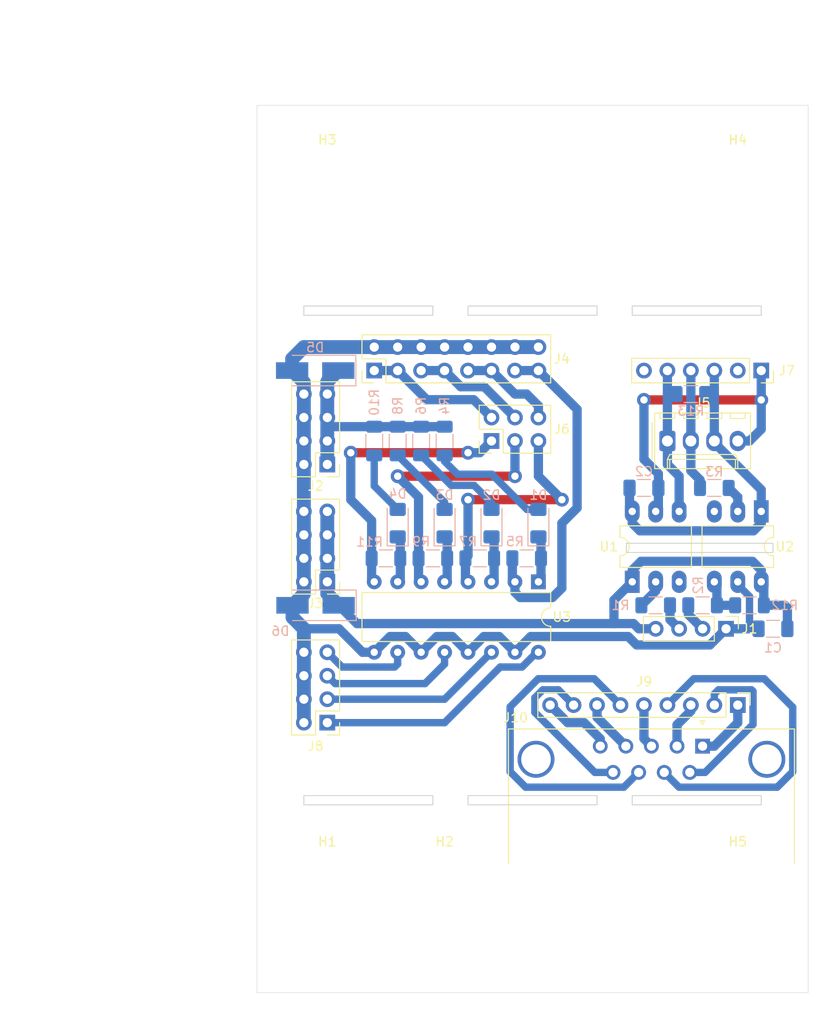
<source format=kicad_pcb>
(kicad_pcb (version 20171130) (host pcbnew 5.1.10-88a1d61d58~90~ubuntu20.04.1)

  (general
    (thickness 1.6)
    (drawings 45)
    (tracks 270)
    (zones 0)
    (modules 39)
    (nets 46)
  )

  (page A4)
  (title_block
    (title "Opto isolation for 1610 CNC")
    (company "Ondřej Sluka")
  )

  (layers
    (0 F.Cu jumper)
    (31 B.Cu signal)
    (32 B.Adhes user)
    (33 F.Adhes user)
    (34 B.Paste user)
    (35 F.Paste user)
    (36 B.SilkS user)
    (37 F.SilkS user)
    (38 B.Mask user)
    (39 F.Mask user)
    (40 Dwgs.User user)
    (41 Cmts.User user)
    (42 Eco1.User user)
    (43 Eco2.User user)
    (44 Edge.Cuts user)
    (45 Margin user)
    (46 B.CrtYd user)
    (47 F.CrtYd user)
    (48 B.Fab user)
    (49 F.Fab user)
  )

  (setup
    (last_trace_width 1)
    (user_trace_width 0.8)
    (user_trace_width 1)
    (user_trace_width 1.5)
    (user_trace_width 2)
    (trace_clearance 0.4)
    (zone_clearance 0.508)
    (zone_45_only no)
    (trace_min 0.8)
    (via_size 1)
    (via_drill 0.8)
    (via_min_size 1)
    (via_min_drill 0.8)
    (user_via 1.5 0.8)
    (user_via 1.8 1)
    (uvia_size 0.3)
    (uvia_drill 0.1)
    (uvias_allowed no)
    (uvia_min_size 0.2)
    (uvia_min_drill 0.1)
    (edge_width 0.05)
    (segment_width 0.2)
    (pcb_text_width 0.3)
    (pcb_text_size 1.5 1.5)
    (mod_edge_width 0.12)
    (mod_text_size 1 1)
    (mod_text_width 0.15)
    (pad_size 1.524 1.524)
    (pad_drill 0.762)
    (pad_to_mask_clearance 0)
    (aux_axis_origin 81.28 149.86)
    (grid_origin 81.28 149.86)
    (visible_elements FFFFFF7F)
    (pcbplotparams
      (layerselection 0x01400_fffffffe)
      (usegerberextensions false)
      (usegerberattributes true)
      (usegerberadvancedattributes true)
      (creategerberjobfile true)
      (excludeedgelayer true)
      (linewidth 0.100000)
      (plotframeref false)
      (viasonmask false)
      (mode 1)
      (useauxorigin true)
      (hpglpennumber 1)
      (hpglpenspeed 20)
      (hpglpendiameter 15.000000)
      (psnegative false)
      (psa4output false)
      (plotreference true)
      (plotvalue true)
      (plotinvisibletext false)
      (padsonsilk false)
      (subtractmaskfromsilk false)
      (outputformat 1)
      (mirror false)
      (drillshape 0)
      (scaleselection 1)
      (outputdirectory "gerber/"))
  )

  (net 0 "")
  (net 1 GND)
  (net 2 +5V)
  (net 3 /GND_PC)
  (net 4 /5V_PC)
  (net 5 "Net-(D1-Pad2)")
  (net 6 "Net-(D1-Pad1)")
  (net 7 "Net-(D2-Pad2)")
  (net 8 "Net-(D2-Pad1)")
  (net 9 "Net-(D3-Pad2)")
  (net 10 "Net-(D3-Pad1)")
  (net 11 "Net-(D4-Pad2)")
  (net 12 "Net-(D4-Pad1)")
  (net 13 +12V)
  (net 14 /TX_CNC)
  (net 15 /RX_CNC)
  (net 16 /PROBE_IN)
  (net 17 /END_Z_IN)
  (net 18 /END_Y_IN)
  (net 19 /END_X_IN)
  (net 20 /TX_PC)
  (net 21 /RX_PC)
  (net 22 "Net-(J7-Pad6)")
  (net 23 "Net-(J7-Pad2)")
  (net 24 /PROBE_OUT)
  (net 25 /END_Z_OUT)
  (net 26 /END_Y_OUT)
  (net 27 /END_X_OUT)
  (net 28 "Net-(R1-Pad1)")
  (net 29 "Net-(R3-Pad1)")
  (net 30 "Net-(U1-Pad3)")
  (net 31 "Net-(U2-Pad3)")
  (net 32 "Net-(J6-Pad5)")
  (net 33 "Net-(J6-Pad3)")
  (net 34 "Net-(J6-Pad1)")
  (net 35 "Net-(J10-Pad5)")
  (net 36 "Net-(J10-Pad9)")
  (net 37 "Net-(J10-Pad4)")
  (net 38 "Net-(J10-Pad8)")
  (net 39 "Net-(J10-Pad3)")
  (net 40 "Net-(J10-Pad7)")
  (net 41 "Net-(J10-Pad2)")
  (net 42 "Net-(J10-Pad6)")
  (net 43 "Net-(J10-Pad1)")
  (net 44 "Net-(J10-Pad0)")
  (net 45 "Net-(R12-Pad1)")

  (net_class Default "This is the default net class."
    (clearance 0.4)
    (trace_width 1)
    (via_dia 1)
    (via_drill 0.8)
    (uvia_dia 0.3)
    (uvia_drill 0.1)
    (diff_pair_width 0.8)
    (diff_pair_gap 0.25)
    (add_net +12V)
    (add_net +5V)
    (add_net /5V_PC)
    (add_net /END_X_IN)
    (add_net /END_X_OUT)
    (add_net /END_Y_IN)
    (add_net /END_Y_OUT)
    (add_net /END_Z_IN)
    (add_net /END_Z_OUT)
    (add_net /GND_PC)
    (add_net /PROBE_IN)
    (add_net /PROBE_OUT)
    (add_net /RX_CNC)
    (add_net /RX_PC)
    (add_net /TX_CNC)
    (add_net /TX_PC)
    (add_net GND)
    (add_net "Net-(D1-Pad1)")
    (add_net "Net-(D1-Pad2)")
    (add_net "Net-(D2-Pad1)")
    (add_net "Net-(D2-Pad2)")
    (add_net "Net-(D3-Pad1)")
    (add_net "Net-(D3-Pad2)")
    (add_net "Net-(D4-Pad1)")
    (add_net "Net-(D4-Pad2)")
    (add_net "Net-(J10-Pad0)")
    (add_net "Net-(J10-Pad1)")
    (add_net "Net-(J10-Pad2)")
    (add_net "Net-(J10-Pad3)")
    (add_net "Net-(J10-Pad4)")
    (add_net "Net-(J10-Pad5)")
    (add_net "Net-(J10-Pad6)")
    (add_net "Net-(J10-Pad7)")
    (add_net "Net-(J10-Pad8)")
    (add_net "Net-(J10-Pad9)")
    (add_net "Net-(J6-Pad1)")
    (add_net "Net-(J6-Pad3)")
    (add_net "Net-(J6-Pad5)")
    (add_net "Net-(J7-Pad2)")
    (add_net "Net-(J7-Pad6)")
    (add_net "Net-(R1-Pad1)")
    (add_net "Net-(R12-Pad1)")
    (add_net "Net-(R3-Pad1)")
    (add_net "Net-(U1-Pad3)")
    (add_net "Net-(U2-Pad3)")
  )

  (module Resistor_SMD:R_1206_3216Metric_Pad1.30x1.75mm_HandSolder (layer B.Cu) (tedit 5F68FEEE) (tstamp 62FE1D08)
    (at 128.27 85.09)
    (descr "Resistor SMD 1206 (3216 Metric), square (rectangular) end terminal, IPC_7351 nominal with elongated pad for handsoldering. (Body size source: IPC-SM-782 page 72, https://www.pcb-3d.com/wordpress/wp-content/uploads/ipc-sm-782a_amendment_1_and_2.pdf), generated with kicad-footprint-generator")
    (tags "resistor handsolder")
    (path /6308A366)
    (attr smd)
    (fp_text reference R13 (at 0 1.82) (layer B.SilkS)
      (effects (font (size 1 1) (thickness 0.15)) (justify mirror))
    )
    (fp_text value 1k (at 0 -1.82) (layer B.Fab)
      (effects (font (size 1 1) (thickness 0.15)) (justify mirror))
    )
    (fp_line (start 2.45 -1.12) (end -2.45 -1.12) (layer B.CrtYd) (width 0.05))
    (fp_line (start 2.45 1.12) (end 2.45 -1.12) (layer B.CrtYd) (width 0.05))
    (fp_line (start -2.45 1.12) (end 2.45 1.12) (layer B.CrtYd) (width 0.05))
    (fp_line (start -2.45 -1.12) (end -2.45 1.12) (layer B.CrtYd) (width 0.05))
    (fp_line (start -0.727064 -0.91) (end 0.727064 -0.91) (layer B.SilkS) (width 0.12))
    (fp_line (start -0.727064 0.91) (end 0.727064 0.91) (layer B.SilkS) (width 0.12))
    (fp_line (start 1.6 -0.8) (end -1.6 -0.8) (layer B.Fab) (width 0.1))
    (fp_line (start 1.6 0.8) (end 1.6 -0.8) (layer B.Fab) (width 0.1))
    (fp_line (start -1.6 0.8) (end 1.6 0.8) (layer B.Fab) (width 0.1))
    (fp_line (start -1.6 -0.8) (end -1.6 0.8) (layer B.Fab) (width 0.1))
    (fp_text user %R (at 0 0) (layer B.Fab)
      (effects (font (size 0.8 0.8) (thickness 0.12)) (justify mirror))
    )
    (pad 2 smd roundrect (at 1.55 0) (size 1.3 1.75) (layers B.Cu B.Paste B.Mask) (roundrect_rratio 0.192308)
      (net 4 /5V_PC))
    (pad 1 smd roundrect (at -1.55 0) (size 1.3 1.75) (layers B.Cu B.Paste B.Mask) (roundrect_rratio 0.192308)
      (net 21 /RX_PC))
    (model ${KISYS3DMOD}/Resistor_SMD.3dshapes/R_1206_3216Metric.wrl
      (at (xyz 0 0 0))
      (scale (xyz 1 1 1))
      (rotate (xyz 0 0 0))
    )
  )

  (module Resistor_SMD:R_1206_3216Metric_Pad1.30x1.75mm_HandSolder (layer B.Cu) (tedit 5F68FEEE) (tstamp 62FE1CF7)
    (at 134.62 107.95)
    (descr "Resistor SMD 1206 (3216 Metric), square (rectangular) end terminal, IPC_7351 nominal with elongated pad for handsoldering. (Body size source: IPC-SM-782 page 72, https://www.pcb-3d.com/wordpress/wp-content/uploads/ipc-sm-782a_amendment_1_and_2.pdf), generated with kicad-footprint-generator")
    (tags "resistor handsolder")
    (path /62FEC232)
    (attr smd)
    (fp_text reference R12 (at 3.81 0) (layer B.SilkS)
      (effects (font (size 1 1) (thickness 0.15)) (justify mirror))
    )
    (fp_text value 1k (at 0 -1.82) (layer B.Fab)
      (effects (font (size 1 1) (thickness 0.15)) (justify mirror))
    )
    (fp_line (start -1.6 -0.8) (end -1.6 0.8) (layer B.Fab) (width 0.1))
    (fp_line (start -1.6 0.8) (end 1.6 0.8) (layer B.Fab) (width 0.1))
    (fp_line (start 1.6 0.8) (end 1.6 -0.8) (layer B.Fab) (width 0.1))
    (fp_line (start 1.6 -0.8) (end -1.6 -0.8) (layer B.Fab) (width 0.1))
    (fp_line (start -0.727064 0.91) (end 0.727064 0.91) (layer B.SilkS) (width 0.12))
    (fp_line (start -0.727064 -0.91) (end 0.727064 -0.91) (layer B.SilkS) (width 0.12))
    (fp_line (start -2.45 -1.12) (end -2.45 1.12) (layer B.CrtYd) (width 0.05))
    (fp_line (start -2.45 1.12) (end 2.45 1.12) (layer B.CrtYd) (width 0.05))
    (fp_line (start 2.45 1.12) (end 2.45 -1.12) (layer B.CrtYd) (width 0.05))
    (fp_line (start 2.45 -1.12) (end -2.45 -1.12) (layer B.CrtYd) (width 0.05))
    (fp_text user %R (at 0 0) (layer B.Fab)
      (effects (font (size 0.8 0.8) (thickness 0.12)) (justify mirror))
    )
    (pad 1 smd roundrect (at -1.55 0) (size 1.3 1.75) (layers B.Cu B.Paste B.Mask) (roundrect_rratio 0.192308)
      (net 45 "Net-(R12-Pad1)"))
    (pad 2 smd roundrect (at 1.55 0) (size 1.3 1.75) (layers B.Cu B.Paste B.Mask) (roundrect_rratio 0.192308)
      (net 2 +5V))
    (model ${KISYS3DMOD}/Resistor_SMD.3dshapes/R_1206_3216Metric.wrl
      (at (xyz 0 0 0))
      (scale (xyz 1 1 1))
      (rotate (xyz 0 0 0))
    )
  )

  (module Connector_Molex:Molex_KK-254_AE-6410-04A_1x04_P2.54mm_Vertical (layer F.Cu) (tedit 5EA53D3B) (tstamp 62FE621F)
    (at 125.73 90.17)
    (descr "Molex KK-254 Interconnect System, old/engineering part number: AE-6410-04A example for new part number: 22-27-2041, 4 Pins (http://www.molex.com/pdm_docs/sd/022272021_sd.pdf), generated with kicad-footprint-generator")
    (tags "connector Molex KK-254 vertical")
    (path /62FD5AC0)
    (fp_text reference J5 (at 3.81 -4.12) (layer F.SilkS)
      (effects (font (size 1 1) (thickness 0.15)))
    )
    (fp_text value "UART PC" (at 3.81 4.08) (layer F.Fab)
      (effects (font (size 1 1) (thickness 0.15)))
    )
    (fp_line (start -1.27 -2.92) (end -1.27 2.88) (layer F.Fab) (width 0.1))
    (fp_line (start -1.27 2.88) (end 8.89 2.88) (layer F.Fab) (width 0.1))
    (fp_line (start 8.89 2.88) (end 8.89 -2.92) (layer F.Fab) (width 0.1))
    (fp_line (start 8.89 -2.92) (end -1.27 -2.92) (layer F.Fab) (width 0.1))
    (fp_line (start -1.38 -3.03) (end -1.38 2.99) (layer F.SilkS) (width 0.12))
    (fp_line (start -1.38 2.99) (end 9 2.99) (layer F.SilkS) (width 0.12))
    (fp_line (start 9 2.99) (end 9 -3.03) (layer F.SilkS) (width 0.12))
    (fp_line (start 9 -3.03) (end -1.38 -3.03) (layer F.SilkS) (width 0.12))
    (fp_line (start -1.67 -2) (end -1.67 2) (layer F.SilkS) (width 0.12))
    (fp_line (start -1.27 -0.5) (end -0.562893 0) (layer F.Fab) (width 0.1))
    (fp_line (start -0.562893 0) (end -1.27 0.5) (layer F.Fab) (width 0.1))
    (fp_line (start 0 2.99) (end 0 1.99) (layer F.SilkS) (width 0.12))
    (fp_line (start 0 1.99) (end 7.62 1.99) (layer F.SilkS) (width 0.12))
    (fp_line (start 7.62 1.99) (end 7.62 2.99) (layer F.SilkS) (width 0.12))
    (fp_line (start 0 1.99) (end 0.25 1.46) (layer F.SilkS) (width 0.12))
    (fp_line (start 0.25 1.46) (end 7.37 1.46) (layer F.SilkS) (width 0.12))
    (fp_line (start 7.37 1.46) (end 7.62 1.99) (layer F.SilkS) (width 0.12))
    (fp_line (start 0.25 2.99) (end 0.25 1.99) (layer F.SilkS) (width 0.12))
    (fp_line (start 7.37 2.99) (end 7.37 1.99) (layer F.SilkS) (width 0.12))
    (fp_line (start -0.8 -3.03) (end -0.8 -2.43) (layer F.SilkS) (width 0.12))
    (fp_line (start -0.8 -2.43) (end 0.8 -2.43) (layer F.SilkS) (width 0.12))
    (fp_line (start 0.8 -2.43) (end 0.8 -3.03) (layer F.SilkS) (width 0.12))
    (fp_line (start 1.74 -3.03) (end 1.74 -2.43) (layer F.SilkS) (width 0.12))
    (fp_line (start 1.74 -2.43) (end 3.34 -2.43) (layer F.SilkS) (width 0.12))
    (fp_line (start 3.34 -2.43) (end 3.34 -3.03) (layer F.SilkS) (width 0.12))
    (fp_line (start 4.28 -3.03) (end 4.28 -2.43) (layer F.SilkS) (width 0.12))
    (fp_line (start 4.28 -2.43) (end 5.88 -2.43) (layer F.SilkS) (width 0.12))
    (fp_line (start 5.88 -2.43) (end 5.88 -3.03) (layer F.SilkS) (width 0.12))
    (fp_line (start 6.82 -3.03) (end 6.82 -2.43) (layer F.SilkS) (width 0.12))
    (fp_line (start 6.82 -2.43) (end 8.42 -2.43) (layer F.SilkS) (width 0.12))
    (fp_line (start 8.42 -2.43) (end 8.42 -3.03) (layer F.SilkS) (width 0.12))
    (fp_line (start -1.77 -3.42) (end -1.77 3.38) (layer F.CrtYd) (width 0.05))
    (fp_line (start -1.77 3.38) (end 9.39 3.38) (layer F.CrtYd) (width 0.05))
    (fp_line (start 9.39 3.38) (end 9.39 -3.42) (layer F.CrtYd) (width 0.05))
    (fp_line (start 9.39 -3.42) (end -1.77 -3.42) (layer F.CrtYd) (width 0.05))
    (fp_text user %R (at 3.81 -2.22) (layer F.Fab)
      (effects (font (size 1 1) (thickness 0.15)))
    )
    (pad 1 thru_hole roundrect (at 0 0) (size 1.74 2.19) (drill 1.19) (layers *.Cu *.Mask) (roundrect_rratio 0.1436775862068966)
      (net 21 /RX_PC))
    (pad 2 thru_hole oval (at 2.54 0) (size 1.74 2.19) (drill 1.19) (layers *.Cu *.Mask)
      (net 20 /TX_PC))
    (pad 3 thru_hole oval (at 5.08 0) (size 1.74 2.19) (drill 1.19) (layers *.Cu *.Mask)
      (net 4 /5V_PC))
    (pad 4 thru_hole oval (at 7.62 0) (size 1.74 2.19) (drill 1.19) (layers *.Cu *.Mask)
      (net 3 /GND_PC))
    (model ${KISYS3DMOD}/Connector_Molex.3dshapes/Molex_KK-254_AE-6410-04A_1x04_P2.54mm_Vertical.wrl
      (at (xyz 0 0 0))
      (scale (xyz 1 1 1))
      (rotate (xyz 0 0 0))
    )
  )

  (module MountingHole:MountingHole_5.3mm_M5 (layer F.Cu) (tedit 56D1B4CB) (tstamp 62FE4F34)
    (at 133.35 139.827)
    (descr "Mounting Hole 5.3mm, no annular, M5")
    (tags "mounting hole 5.3mm no annular m5")
    (path /63764009)
    (attr virtual)
    (fp_text reference H5 (at 0 -6.3) (layer F.SilkS)
      (effects (font (size 1 1) (thickness 0.15)))
    )
    (fp_text value MountingHole (at 0 6.3) (layer F.Fab)
      (effects (font (size 1 1) (thickness 0.15)))
    )
    (fp_circle (center 0 0) (end 5.55 0) (layer F.CrtYd) (width 0.05))
    (fp_circle (center 0 0) (end 5.3 0) (layer Cmts.User) (width 0.15))
    (fp_text user %R (at 0.3 0) (layer F.Fab)
      (effects (font (size 1 1) (thickness 0.15)))
    )
    (pad 1 np_thru_hole circle (at 0 0) (size 5.3 5.3) (drill 5.3) (layers *.Cu *.Mask))
  )

  (module Connector_PinHeader_2.54mm:PinHeader_1x09_P2.54mm_Vertical (layer F.Cu) (tedit 59FED5CC) (tstamp 62FE6971)
    (at 133.35 118.745 270)
    (descr "Through hole straight pin header, 1x09, 2.54mm pitch, single row")
    (tags "Through hole pin header THT 1x09 2.54mm single row")
    (path /636EDCC5)
    (fp_text reference J9 (at -2.543688 10.125747 180) (layer F.SilkS)
      (effects (font (size 1 1) (thickness 0.15)))
    )
    (fp_text value "CONTROL PANEL BREAKOUT" (at 0 22.65 90) (layer F.Fab)
      (effects (font (size 1 1) (thickness 0.15)))
    )
    (fp_line (start -0.635 -1.27) (end 1.27 -1.27) (layer F.Fab) (width 0.1))
    (fp_line (start 1.27 -1.27) (end 1.27 21.59) (layer F.Fab) (width 0.1))
    (fp_line (start 1.27 21.59) (end -1.27 21.59) (layer F.Fab) (width 0.1))
    (fp_line (start -1.27 21.59) (end -1.27 -0.635) (layer F.Fab) (width 0.1))
    (fp_line (start -1.27 -0.635) (end -0.635 -1.27) (layer F.Fab) (width 0.1))
    (fp_line (start -1.33 21.65) (end 1.33 21.65) (layer F.SilkS) (width 0.12))
    (fp_line (start -1.33 1.27) (end -1.33 21.65) (layer F.SilkS) (width 0.12))
    (fp_line (start 1.33 1.27) (end 1.33 21.65) (layer F.SilkS) (width 0.12))
    (fp_line (start -1.33 1.27) (end 1.33 1.27) (layer F.SilkS) (width 0.12))
    (fp_line (start -1.33 0) (end -1.33 -1.33) (layer F.SilkS) (width 0.12))
    (fp_line (start -1.33 -1.33) (end 0 -1.33) (layer F.SilkS) (width 0.12))
    (fp_line (start -1.8 -1.8) (end -1.8 22.1) (layer F.CrtYd) (width 0.05))
    (fp_line (start -1.8 22.1) (end 1.8 22.1) (layer F.CrtYd) (width 0.05))
    (fp_line (start 1.8 22.1) (end 1.8 -1.8) (layer F.CrtYd) (width 0.05))
    (fp_line (start 1.8 -1.8) (end -1.8 -1.8) (layer F.CrtYd) (width 0.05))
    (fp_text user %R (at 0 10.16) (layer F.Fab)
      (effects (font (size 1 1) (thickness 0.15)))
    )
    (pad 9 thru_hole oval (at 0 20.32 270) (size 1.7 1.7) (drill 1) (layers *.Cu *.Mask)
      (net 35 "Net-(J10-Pad5)"))
    (pad 8 thru_hole oval (at 0 17.78 270) (size 1.7 1.7) (drill 1) (layers *.Cu *.Mask)
      (net 36 "Net-(J10-Pad9)"))
    (pad 7 thru_hole oval (at 0 15.24 270) (size 1.7 1.7) (drill 1) (layers *.Cu *.Mask)
      (net 37 "Net-(J10-Pad4)"))
    (pad 6 thru_hole oval (at 0 12.7 270) (size 1.7 1.7) (drill 1) (layers *.Cu *.Mask)
      (net 38 "Net-(J10-Pad8)"))
    (pad 5 thru_hole oval (at 0 10.16 270) (size 1.7 1.7) (drill 1) (layers *.Cu *.Mask)
      (net 39 "Net-(J10-Pad3)"))
    (pad 4 thru_hole oval (at 0 7.62 270) (size 1.7 1.7) (drill 1) (layers *.Cu *.Mask)
      (net 40 "Net-(J10-Pad7)"))
    (pad 3 thru_hole oval (at 0 5.08 270) (size 1.7 1.7) (drill 1) (layers *.Cu *.Mask)
      (net 41 "Net-(J10-Pad2)"))
    (pad 2 thru_hole oval (at 0 2.54 270) (size 1.7 1.7) (drill 1) (layers *.Cu *.Mask)
      (net 42 "Net-(J10-Pad6)"))
    (pad 1 thru_hole rect (at 0 0 270) (size 1.7 1.7) (drill 1) (layers *.Cu *.Mask)
      (net 43 "Net-(J10-Pad1)"))
    (model ${KISYS3DMOD}/Connector_PinHeader_2.54mm.3dshapes/PinHeader_1x09_P2.54mm_Vertical.wrl
      (at (xyz 0 0 0))
      (scale (xyz 1 1 1))
      (rotate (xyz 0 0 0))
    )
  )

  (module Connector_Dsub:DSUB-9_Female_Horizontal_P2.77x2.84mm_EdgePinOffset9.90mm_Housed_MountingHolesOffset11.32mm (layer F.Cu) (tedit 59FEDEE2) (tstamp 62FE69DC)
    (at 129.54 123.19)
    (descr "9-pin D-Sub connector, horizontal/angled (90 deg), THT-mount, female, pitch 2.77x2.84mm, pin-PCB-offset 9.9mm, distance of mounting holes 25mm, distance of mounting holes to PCB edge 11.32mm, see https://disti-assets.s3.amazonaws.com/tonar/files/datasheets/16730.pdf")
    (tags "9-pin D-Sub connector horizontal angled 90deg THT female pitch 2.77x2.84mm pin-PCB-offset 9.9mm mounting-holes-distance 25mm mounting-hole-offset 25mm")
    (path /63654131)
    (fp_text reference J10 (at -20.248789 -3.08064) (layer F.SilkS)
      (effects (font (size 1 1) (thickness 0.15)))
    )
    (fp_text value "CONTROL PANEL" (at -5.54 20.81) (layer F.Fab)
      (effects (font (size 1 1) (thickness 0.15)))
    )
    (fp_line (start -20.965 -1.8) (end -20.965 12.74) (layer F.Fab) (width 0.1))
    (fp_line (start -20.965 12.74) (end 9.885 12.74) (layer F.Fab) (width 0.1))
    (fp_line (start 9.885 12.74) (end 9.885 -1.8) (layer F.Fab) (width 0.1))
    (fp_line (start 9.885 -1.8) (end -20.965 -1.8) (layer F.Fab) (width 0.1))
    (fp_line (start -20.965 12.74) (end -20.965 13.14) (layer F.Fab) (width 0.1))
    (fp_line (start -20.965 13.14) (end 9.885 13.14) (layer F.Fab) (width 0.1))
    (fp_line (start 9.885 13.14) (end 9.885 12.74) (layer F.Fab) (width 0.1))
    (fp_line (start 9.885 12.74) (end -20.965 12.74) (layer F.Fab) (width 0.1))
    (fp_line (start -13.69 13.14) (end -13.69 19.31) (layer F.Fab) (width 0.1))
    (fp_line (start -13.69 19.31) (end 2.61 19.31) (layer F.Fab) (width 0.1))
    (fp_line (start 2.61 19.31) (end 2.61 13.14) (layer F.Fab) (width 0.1))
    (fp_line (start 2.61 13.14) (end -13.69 13.14) (layer F.Fab) (width 0.1))
    (fp_line (start -20.54 13.14) (end -20.54 18.14) (layer F.Fab) (width 0.1))
    (fp_line (start -20.54 18.14) (end -15.54 18.14) (layer F.Fab) (width 0.1))
    (fp_line (start -15.54 18.14) (end -15.54 13.14) (layer F.Fab) (width 0.1))
    (fp_line (start -15.54 13.14) (end -20.54 13.14) (layer F.Fab) (width 0.1))
    (fp_line (start 4.46 13.14) (end 4.46 18.14) (layer F.Fab) (width 0.1))
    (fp_line (start 4.46 18.14) (end 9.46 18.14) (layer F.Fab) (width 0.1))
    (fp_line (start 9.46 18.14) (end 9.46 13.14) (layer F.Fab) (width 0.1))
    (fp_line (start 9.46 13.14) (end 4.46 13.14) (layer F.Fab) (width 0.1))
    (fp_line (start -19.64 12.74) (end -19.64 1.42) (layer F.Fab) (width 0.1))
    (fp_line (start -16.44 12.74) (end -16.44 1.42) (layer F.Fab) (width 0.1))
    (fp_line (start 5.36 12.74) (end 5.36 1.42) (layer F.Fab) (width 0.1))
    (fp_line (start 8.56 12.74) (end 8.56 1.42) (layer F.Fab) (width 0.1))
    (fp_line (start -21.025 12.68) (end -21.025 -1.86) (layer F.SilkS) (width 0.12))
    (fp_line (start -21.025 -1.86) (end 9.945 -1.86) (layer F.SilkS) (width 0.12))
    (fp_line (start 9.945 -1.86) (end 9.945 12.68) (layer F.SilkS) (width 0.12))
    (fp_line (start -0.25 -2.754338) (end 0.25 -2.754338) (layer F.SilkS) (width 0.12))
    (fp_line (start 0.25 -2.754338) (end 0 -2.321325) (layer F.SilkS) (width 0.12))
    (fp_line (start 0 -2.321325) (end -0.25 -2.754338) (layer F.SilkS) (width 0.12))
    (fp_line (start -21.5 -2.35) (end -21.5 19.85) (layer F.CrtYd) (width 0.05))
    (fp_line (start -21.5 19.85) (end 10.4 19.85) (layer F.CrtYd) (width 0.05))
    (fp_line (start 10.4 19.85) (end 10.4 -2.35) (layer F.CrtYd) (width 0.05))
    (fp_line (start 10.4 -2.35) (end -21.5 -2.35) (layer F.CrtYd) (width 0.05))
    (fp_text user %R (at -5.54 16.225) (layer F.Fab)
      (effects (font (size 1 1) (thickness 0.15)))
    )
    (fp_arc (start 6.96 1.42) (end 5.36 1.42) (angle 180) (layer F.Fab) (width 0.1))
    (fp_arc (start -18.04 1.42) (end -19.64 1.42) (angle 180) (layer F.Fab) (width 0.1))
    (pad 0 thru_hole circle (at 6.96 1.42) (size 4 4) (drill 3.2) (layers *.Cu *.Mask)
      (net 44 "Net-(J10-Pad0)"))
    (pad 0 thru_hole circle (at -18.04 1.42) (size 4 4) (drill 3.2) (layers *.Cu *.Mask)
      (net 44 "Net-(J10-Pad0)"))
    (pad 9 thru_hole circle (at -9.695 2.84) (size 1.6 1.6) (drill 1) (layers *.Cu *.Mask)
      (net 36 "Net-(J10-Pad9)"))
    (pad 8 thru_hole circle (at -6.925 2.84) (size 1.6 1.6) (drill 1) (layers *.Cu *.Mask)
      (net 38 "Net-(J10-Pad8)"))
    (pad 7 thru_hole circle (at -4.155 2.84) (size 1.6 1.6) (drill 1) (layers *.Cu *.Mask)
      (net 40 "Net-(J10-Pad7)"))
    (pad 6 thru_hole circle (at -1.385 2.84) (size 1.6 1.6) (drill 1) (layers *.Cu *.Mask)
      (net 42 "Net-(J10-Pad6)"))
    (pad 5 thru_hole circle (at -11.08 0) (size 1.6 1.6) (drill 1) (layers *.Cu *.Mask)
      (net 35 "Net-(J10-Pad5)"))
    (pad 4 thru_hole circle (at -8.31 0) (size 1.6 1.6) (drill 1) (layers *.Cu *.Mask)
      (net 37 "Net-(J10-Pad4)"))
    (pad 3 thru_hole circle (at -5.54 0) (size 1.6 1.6) (drill 1) (layers *.Cu *.Mask)
      (net 39 "Net-(J10-Pad3)"))
    (pad 2 thru_hole circle (at -2.77 0) (size 1.6 1.6) (drill 1) (layers *.Cu *.Mask)
      (net 41 "Net-(J10-Pad2)"))
    (pad 1 thru_hole rect (at 0 0) (size 1.6 1.6) (drill 1) (layers *.Cu *.Mask)
      (net 43 "Net-(J10-Pad1)"))
    (model ${KISYS3DMOD}/Connector_Dsub.3dshapes/DSUB-9_Female_Horizontal_P2.77x2.84mm_EdgePinOffset9.90mm_Housed_MountingHolesOffset11.32mm.wrl
      (at (xyz 0 0 0))
      (scale (xyz 1 1 1))
      (rotate (xyz 0 0 0))
    )
  )

  (module MountingHole:MountingHole_5.3mm_M5 (layer F.Cu) (tedit 56D1B4CB) (tstamp 62FDFB2A)
    (at 133.35 63.881)
    (descr "Mounting Hole 5.3mm, no annular, M5")
    (tags "mounting hole 5.3mm no annular m5")
    (path /6355D7B7)
    (attr virtual)
    (fp_text reference H4 (at 0 -6.3) (layer F.SilkS)
      (effects (font (size 1 1) (thickness 0.15)))
    )
    (fp_text value MountingHole (at 0 6.3) (layer F.Fab)
      (effects (font (size 1 1) (thickness 0.15)))
    )
    (fp_circle (center 0 0) (end 5.55 0) (layer F.CrtYd) (width 0.05))
    (fp_circle (center 0 0) (end 5.3 0) (layer Cmts.User) (width 0.15))
    (fp_text user %R (at 0.3 0) (layer F.Fab)
      (effects (font (size 1 1) (thickness 0.15)))
    )
    (pad 1 np_thru_hole circle (at 0 0) (size 5.3 5.3) (drill 5.3) (layers *.Cu *.Mask))
  )

  (module MountingHole:MountingHole_5.3mm_M5 (layer F.Cu) (tedit 56D1B4CB) (tstamp 62FDFB22)
    (at 88.9 63.881)
    (descr "Mounting Hole 5.3mm, no annular, M5")
    (tags "mounting hole 5.3mm no annular m5")
    (path /6355D571)
    (attr virtual)
    (fp_text reference H3 (at 0 -6.3) (layer F.SilkS)
      (effects (font (size 1 1) (thickness 0.15)))
    )
    (fp_text value MountingHole (at 0 6.3) (layer F.Fab)
      (effects (font (size 1 1) (thickness 0.15)))
    )
    (fp_circle (center 0 0) (end 5.55 0) (layer F.CrtYd) (width 0.05))
    (fp_circle (center 0 0) (end 5.3 0) (layer Cmts.User) (width 0.15))
    (fp_text user %R (at 0.3 0) (layer F.Fab)
      (effects (font (size 1 1) (thickness 0.15)))
    )
    (pad 1 np_thru_hole circle (at 0 0) (size 5.3 5.3) (drill 5.3) (layers *.Cu *.Mask))
  )

  (module Diode_SMD:D_SMA_Handsoldering (layer B.Cu) (tedit 58643398) (tstamp 62FE665A)
    (at 87.63 107.95 180)
    (descr "Diode SMA (DO-214AC) Handsoldering")
    (tags "Diode SMA (DO-214AC) Handsoldering")
    (path /63212BCB)
    (attr smd)
    (fp_text reference D6 (at 3.81 -2.794) (layer B.SilkS)
      (effects (font (size 1 1) (thickness 0.15)) (justify mirror))
    )
    (fp_text value 1N4007 (at 0 -2.6) (layer B.Fab)
      (effects (font (size 1 1) (thickness 0.15)) (justify mirror))
    )
    (fp_line (start -4.4 1.65) (end -4.4 -1.65) (layer B.SilkS) (width 0.12))
    (fp_line (start 2.3 -1.5) (end -2.3 -1.5) (layer B.Fab) (width 0.1))
    (fp_line (start -2.3 -1.5) (end -2.3 1.5) (layer B.Fab) (width 0.1))
    (fp_line (start 2.3 1.5) (end 2.3 -1.5) (layer B.Fab) (width 0.1))
    (fp_line (start 2.3 1.5) (end -2.3 1.5) (layer B.Fab) (width 0.1))
    (fp_line (start -4.5 1.75) (end 4.5 1.75) (layer B.CrtYd) (width 0.05))
    (fp_line (start 4.5 1.75) (end 4.5 -1.75) (layer B.CrtYd) (width 0.05))
    (fp_line (start 4.5 -1.75) (end -4.5 -1.75) (layer B.CrtYd) (width 0.05))
    (fp_line (start -4.5 -1.75) (end -4.5 1.75) (layer B.CrtYd) (width 0.05))
    (fp_line (start -0.64944 -0.00102) (end -1.55114 -0.00102) (layer B.Fab) (width 0.1))
    (fp_line (start 0.50118 -0.00102) (end 1.4994 -0.00102) (layer B.Fab) (width 0.1))
    (fp_line (start -0.64944 0.79908) (end -0.64944 -0.80112) (layer B.Fab) (width 0.1))
    (fp_line (start 0.50118 -0.75032) (end 0.50118 0.79908) (layer B.Fab) (width 0.1))
    (fp_line (start -0.64944 -0.00102) (end 0.50118 -0.75032) (layer B.Fab) (width 0.1))
    (fp_line (start -0.64944 -0.00102) (end 0.50118 0.79908) (layer B.Fab) (width 0.1))
    (fp_line (start -4.4 -1.65) (end 2.5 -1.65) (layer B.SilkS) (width 0.12))
    (fp_line (start -4.4 1.65) (end 2.5 1.65) (layer B.SilkS) (width 0.12))
    (fp_text user %R (at 0 2.5) (layer B.Fab)
      (effects (font (size 1 1) (thickness 0.15)) (justify mirror))
    )
    (pad 2 smd rect (at 2.5 0 180) (size 3.5 1.8) (layers B.Cu B.Paste B.Mask)
      (net 1 GND))
    (pad 1 smd rect (at -2.5 0 180) (size 3.5 1.8) (layers B.Cu B.Paste B.Mask)
      (net 2 +5V))
    (model ${KISYS3DMOD}/Diode_SMD.3dshapes/D_SMA.wrl
      (at (xyz 0 0 0))
      (scale (xyz 1 1 1))
      (rotate (xyz 0 0 0))
    )
  )

  (module Diode_SMD:D_SMA_Handsoldering (layer B.Cu) (tedit 58643398) (tstamp 62FE66A2)
    (at 87.59 82.55 180)
    (descr "Diode SMA (DO-214AC) Handsoldering")
    (tags "Diode SMA (DO-214AC) Handsoldering")
    (path /632138B5)
    (attr smd)
    (fp_text reference D5 (at 0 2.5) (layer B.SilkS)
      (effects (font (size 1 1) (thickness 0.15)) (justify mirror))
    )
    (fp_text value 1N4007 (at 0 -2.6) (layer B.Fab)
      (effects (font (size 1 1) (thickness 0.15)) (justify mirror))
    )
    (fp_line (start -4.4 1.65) (end -4.4 -1.65) (layer B.SilkS) (width 0.12))
    (fp_line (start 2.3 -1.5) (end -2.3 -1.5) (layer B.Fab) (width 0.1))
    (fp_line (start -2.3 -1.5) (end -2.3 1.5) (layer B.Fab) (width 0.1))
    (fp_line (start 2.3 1.5) (end 2.3 -1.5) (layer B.Fab) (width 0.1))
    (fp_line (start 2.3 1.5) (end -2.3 1.5) (layer B.Fab) (width 0.1))
    (fp_line (start -4.5 1.75) (end 4.5 1.75) (layer B.CrtYd) (width 0.05))
    (fp_line (start 4.5 1.75) (end 4.5 -1.75) (layer B.CrtYd) (width 0.05))
    (fp_line (start 4.5 -1.75) (end -4.5 -1.75) (layer B.CrtYd) (width 0.05))
    (fp_line (start -4.5 -1.75) (end -4.5 1.75) (layer B.CrtYd) (width 0.05))
    (fp_line (start -0.64944 -0.00102) (end -1.55114 -0.00102) (layer B.Fab) (width 0.1))
    (fp_line (start 0.50118 -0.00102) (end 1.4994 -0.00102) (layer B.Fab) (width 0.1))
    (fp_line (start -0.64944 0.79908) (end -0.64944 -0.80112) (layer B.Fab) (width 0.1))
    (fp_line (start 0.50118 -0.75032) (end 0.50118 0.79908) (layer B.Fab) (width 0.1))
    (fp_line (start -0.64944 -0.00102) (end 0.50118 -0.75032) (layer B.Fab) (width 0.1))
    (fp_line (start -0.64944 -0.00102) (end 0.50118 0.79908) (layer B.Fab) (width 0.1))
    (fp_line (start -4.4 -1.65) (end 2.5 -1.65) (layer B.SilkS) (width 0.12))
    (fp_line (start -4.4 1.65) (end 2.5 1.65) (layer B.SilkS) (width 0.12))
    (fp_text user %R (at 0 2.5) (layer B.Fab)
      (effects (font (size 1 1) (thickness 0.15)) (justify mirror))
    )
    (pad 2 smd rect (at 2.5 0 180) (size 3.5 1.8) (layers B.Cu B.Paste B.Mask)
      (net 1 GND))
    (pad 1 smd rect (at -2.5 0 180) (size 3.5 1.8) (layers B.Cu B.Paste B.Mask)
      (net 13 +12V))
    (model ${KISYS3DMOD}/Diode_SMD.3dshapes/D_SMA.wrl
      (at (xyz 0 0 0))
      (scale (xyz 1 1 1))
      (rotate (xyz 0 0 0))
    )
  )

  (module Package_DIP:DIP-16_W7.62mm (layer F.Cu) (tedit 5A02E8C5) (tstamp 62FE659A)
    (at 111.76 105.41 270)
    (descr "16-lead though-hole mounted DIP package, row spacing 7.62 mm (300 mils)")
    (tags "THT DIP DIL PDIP 2.54mm 7.62mm 300mil")
    (path /62FD68E6)
    (fp_text reference U3 (at 3.81 -2.54 180) (layer F.SilkS)
      (effects (font (size 1 1) (thickness 0.15)))
    )
    (fp_text value LTV-847 (at 3.81 20.11 90) (layer F.Fab)
      (effects (font (size 1 1) (thickness 0.15)))
    )
    (fp_line (start 1.635 -1.27) (end 6.985 -1.27) (layer F.Fab) (width 0.1))
    (fp_line (start 6.985 -1.27) (end 6.985 19.05) (layer F.Fab) (width 0.1))
    (fp_line (start 6.985 19.05) (end 0.635 19.05) (layer F.Fab) (width 0.1))
    (fp_line (start 0.635 19.05) (end 0.635 -0.27) (layer F.Fab) (width 0.1))
    (fp_line (start 0.635 -0.27) (end 1.635 -1.27) (layer F.Fab) (width 0.1))
    (fp_line (start 2.81 -1.33) (end 1.16 -1.33) (layer F.SilkS) (width 0.12))
    (fp_line (start 1.16 -1.33) (end 1.16 19.11) (layer F.SilkS) (width 0.12))
    (fp_line (start 1.16 19.11) (end 6.46 19.11) (layer F.SilkS) (width 0.12))
    (fp_line (start 6.46 19.11) (end 6.46 -1.33) (layer F.SilkS) (width 0.12))
    (fp_line (start 6.46 -1.33) (end 4.81 -1.33) (layer F.SilkS) (width 0.12))
    (fp_line (start -1.1 -1.55) (end -1.1 19.3) (layer F.CrtYd) (width 0.05))
    (fp_line (start -1.1 19.3) (end 8.7 19.3) (layer F.CrtYd) (width 0.05))
    (fp_line (start 8.7 19.3) (end 8.7 -1.55) (layer F.CrtYd) (width 0.05))
    (fp_line (start 8.7 -1.55) (end -1.1 -1.55) (layer F.CrtYd) (width 0.05))
    (fp_text user %R (at 3.81 8.89 90) (layer F.Fab)
      (effects (font (size 1 1) (thickness 0.15)))
    )
    (fp_arc (start 3.81 -1.33) (end 2.81 -1.33) (angle -180) (layer F.SilkS) (width 0.12))
    (pad 16 thru_hole oval (at 7.62 0 270) (size 1.6 1.6) (drill 0.8) (layers *.Cu *.Mask)
      (net 24 /PROBE_OUT))
    (pad 8 thru_hole oval (at 0 17.78 270) (size 1.6 1.6) (drill 0.8) (layers *.Cu *.Mask)
      (net 34 "Net-(J6-Pad1)"))
    (pad 15 thru_hole oval (at 7.62 2.54 270) (size 1.6 1.6) (drill 0.8) (layers *.Cu *.Mask)
      (net 1 GND))
    (pad 7 thru_hole oval (at 0 15.24 270) (size 1.6 1.6) (drill 0.8) (layers *.Cu *.Mask)
      (net 12 "Net-(D4-Pad1)"))
    (pad 14 thru_hole oval (at 7.62 5.08 270) (size 1.6 1.6) (drill 0.8) (layers *.Cu *.Mask)
      (net 25 /END_Z_OUT))
    (pad 6 thru_hole oval (at 0 12.7 270) (size 1.6 1.6) (drill 0.8) (layers *.Cu *.Mask)
      (net 33 "Net-(J6-Pad3)"))
    (pad 13 thru_hole oval (at 7.62 7.62 270) (size 1.6 1.6) (drill 0.8) (layers *.Cu *.Mask)
      (net 1 GND))
    (pad 5 thru_hole oval (at 0 10.16 270) (size 1.6 1.6) (drill 0.8) (layers *.Cu *.Mask)
      (net 10 "Net-(D3-Pad1)"))
    (pad 12 thru_hole oval (at 7.62 10.16 270) (size 1.6 1.6) (drill 0.8) (layers *.Cu *.Mask)
      (net 26 /END_Y_OUT))
    (pad 4 thru_hole oval (at 0 7.62 270) (size 1.6 1.6) (drill 0.8) (layers *.Cu *.Mask)
      (net 32 "Net-(J6-Pad5)"))
    (pad 11 thru_hole oval (at 7.62 12.7 270) (size 1.6 1.6) (drill 0.8) (layers *.Cu *.Mask)
      (net 1 GND))
    (pad 3 thru_hole oval (at 0 5.08 270) (size 1.6 1.6) (drill 0.8) (layers *.Cu *.Mask)
      (net 8 "Net-(D2-Pad1)"))
    (pad 10 thru_hole oval (at 7.62 15.24 270) (size 1.6 1.6) (drill 0.8) (layers *.Cu *.Mask)
      (net 27 /END_X_OUT))
    (pad 2 thru_hole oval (at 0 2.54 270) (size 1.6 1.6) (drill 0.8) (layers *.Cu *.Mask)
      (net 16 /PROBE_IN))
    (pad 9 thru_hole oval (at 7.62 17.78 270) (size 1.6 1.6) (drill 0.8) (layers *.Cu *.Mask)
      (net 1 GND))
    (pad 1 thru_hole rect (at 0 0 270) (size 1.6 1.6) (drill 0.8) (layers *.Cu *.Mask)
      (net 6 "Net-(D1-Pad1)"))
    (model ${KISYS3DMOD}/Package_DIP.3dshapes/DIP-16_W7.62mm.wrl
      (at (xyz 0 0 0))
      (scale (xyz 1 1 1))
      (rotate (xyz 0 0 0))
    )
  )

  (module Package_DIP:DIP-6_W7.62mm_LongPads (layer F.Cu) (tedit 5A02E8C5) (tstamp 62FE60B3)
    (at 135.89 97.79 270)
    (descr "6-lead though-hole mounted DIP package, row spacing 7.62 mm (300 mils), LongPads")
    (tags "THT DIP DIL PDIP 2.54mm 7.62mm 300mil LongPads")
    (path /6313E2EF)
    (fp_text reference U2 (at 3.81 -2.54 180) (layer F.SilkS)
      (effects (font (size 1 1) (thickness 0.15)))
    )
    (fp_text value H11L1 (at 0 -2.54 90) (layer F.Fab)
      (effects (font (size 1 1) (thickness 0.15)))
    )
    (fp_line (start 1.635 -1.27) (end 6.985 -1.27) (layer F.Fab) (width 0.1))
    (fp_line (start 6.985 -1.27) (end 6.985 6.35) (layer F.Fab) (width 0.1))
    (fp_line (start 6.985 6.35) (end 0.635 6.35) (layer F.Fab) (width 0.1))
    (fp_line (start 0.635 6.35) (end 0.635 -0.27) (layer F.Fab) (width 0.1))
    (fp_line (start 0.635 -0.27) (end 1.635 -1.27) (layer F.Fab) (width 0.1))
    (fp_line (start 2.81 -1.33) (end 1.56 -1.33) (layer F.SilkS) (width 0.12))
    (fp_line (start 1.56 -1.33) (end 1.56 6.41) (layer F.SilkS) (width 0.12))
    (fp_line (start 1.56 6.41) (end 6.06 6.41) (layer F.SilkS) (width 0.12))
    (fp_line (start 6.06 6.41) (end 6.06 -1.33) (layer F.SilkS) (width 0.12))
    (fp_line (start 6.06 -1.33) (end 4.81 -1.33) (layer F.SilkS) (width 0.12))
    (fp_line (start -1.45 -1.55) (end -1.45 6.6) (layer F.CrtYd) (width 0.05))
    (fp_line (start -1.45 6.6) (end 9.1 6.6) (layer F.CrtYd) (width 0.05))
    (fp_line (start 9.1 6.6) (end 9.1 -1.55) (layer F.CrtYd) (width 0.05))
    (fp_line (start 9.1 -1.55) (end -1.45 -1.55) (layer F.CrtYd) (width 0.05))
    (fp_text user %R (at 3.81 2.54 90) (layer F.Fab)
      (effects (font (size 1 1) (thickness 0.15)))
    )
    (fp_arc (start 3.81 -1.33) (end 2.81 -1.33) (angle -180) (layer F.SilkS) (width 0.12))
    (pad 6 thru_hole oval (at 7.62 0 270) (size 2.4 1.6) (drill 0.8) (layers *.Cu *.Mask)
      (net 2 +5V))
    (pad 3 thru_hole oval (at 0 5.08 270) (size 2.4 1.6) (drill 0.8) (layers *.Cu *.Mask)
      (net 31 "Net-(U2-Pad3)"))
    (pad 5 thru_hole oval (at 7.62 2.54 270) (size 2.4 1.6) (drill 0.8) (layers *.Cu *.Mask)
      (net 1 GND))
    (pad 2 thru_hole oval (at 0 2.54 270) (size 2.4 1.6) (drill 0.8) (layers *.Cu *.Mask)
      (net 29 "Net-(R3-Pad1)"))
    (pad 4 thru_hole oval (at 7.62 5.08 270) (size 2.4 1.6) (drill 0.8) (layers *.Cu *.Mask)
      (net 45 "Net-(R12-Pad1)"))
    (pad 1 thru_hole rect (at 0 0 270) (size 2.4 1.6) (drill 0.8) (layers *.Cu *.Mask)
      (net 4 /5V_PC))
    (model ${KISYS3DMOD}/Package_DIP.3dshapes/DIP-6_W7.62mm.wrl
      (at (xyz 0 0 0))
      (scale (xyz 1 1 1))
      (rotate (xyz 0 0 0))
    )
  )

  (module Package_DIP:DIP-6_W7.62mm_LongPads (layer F.Cu) (tedit 5A02E8C5) (tstamp 62FE6A7C)
    (at 121.92 105.41 90)
    (descr "6-lead though-hole mounted DIP package, row spacing 7.62 mm (300 mils), LongPads")
    (tags "THT DIP DIL PDIP 2.54mm 7.62mm 300mil LongPads")
    (path /6313C83C)
    (fp_text reference U1 (at 3.81 -2.54 180) (layer F.SilkS)
      (effects (font (size 1 1) (thickness 0.15)))
    )
    (fp_text value H11L1 (at 7.62 -2.54 90) (layer F.Fab)
      (effects (font (size 1 1) (thickness 0.15)))
    )
    (fp_line (start 1.635 -1.27) (end 6.985 -1.27) (layer F.Fab) (width 0.1))
    (fp_line (start 6.985 -1.27) (end 6.985 6.35) (layer F.Fab) (width 0.1))
    (fp_line (start 6.985 6.35) (end 0.635 6.35) (layer F.Fab) (width 0.1))
    (fp_line (start 0.635 6.35) (end 0.635 -0.27) (layer F.Fab) (width 0.1))
    (fp_line (start 0.635 -0.27) (end 1.635 -1.27) (layer F.Fab) (width 0.1))
    (fp_line (start 2.81 -1.33) (end 1.56 -1.33) (layer F.SilkS) (width 0.12))
    (fp_line (start 1.56 -1.33) (end 1.56 6.41) (layer F.SilkS) (width 0.12))
    (fp_line (start 1.56 6.41) (end 6.06 6.41) (layer F.SilkS) (width 0.12))
    (fp_line (start 6.06 6.41) (end 6.06 -1.33) (layer F.SilkS) (width 0.12))
    (fp_line (start 6.06 -1.33) (end 4.81 -1.33) (layer F.SilkS) (width 0.12))
    (fp_line (start -1.45 -1.55) (end -1.45 6.6) (layer F.CrtYd) (width 0.05))
    (fp_line (start -1.45 6.6) (end 9.1 6.6) (layer F.CrtYd) (width 0.05))
    (fp_line (start 9.1 6.6) (end 9.1 -1.55) (layer F.CrtYd) (width 0.05))
    (fp_line (start 9.1 -1.55) (end -1.45 -1.55) (layer F.CrtYd) (width 0.05))
    (fp_text user %R (at 3.81 2.54 90) (layer F.Fab)
      (effects (font (size 1 1) (thickness 0.15)))
    )
    (fp_arc (start 3.81 -1.33) (end 2.81 -1.33) (angle -180) (layer F.SilkS) (width 0.12))
    (pad 6 thru_hole oval (at 7.62 0 90) (size 2.4 1.6) (drill 0.8) (layers *.Cu *.Mask)
      (net 4 /5V_PC))
    (pad 3 thru_hole oval (at 0 5.08 90) (size 2.4 1.6) (drill 0.8) (layers *.Cu *.Mask)
      (net 30 "Net-(U1-Pad3)"))
    (pad 5 thru_hole oval (at 7.62 2.54 90) (size 2.4 1.6) (drill 0.8) (layers *.Cu *.Mask)
      (net 3 /GND_PC))
    (pad 2 thru_hole oval (at 0 2.54 90) (size 2.4 1.6) (drill 0.8) (layers *.Cu *.Mask)
      (net 28 "Net-(R1-Pad1)"))
    (pad 4 thru_hole oval (at 7.62 5.08 90) (size 2.4 1.6) (drill 0.8) (layers *.Cu *.Mask)
      (net 21 /RX_PC))
    (pad 1 thru_hole rect (at 0 0 90) (size 2.4 1.6) (drill 0.8) (layers *.Cu *.Mask)
      (net 2 +5V))
    (model ${KISYS3DMOD}/Package_DIP.3dshapes/DIP-6_W7.62mm.wrl
      (at (xyz 0 0 0))
      (scale (xyz 1 1 1))
      (rotate (xyz 0 0 0))
    )
  )

  (module Resistor_SMD:R_1206_3216Metric_Pad1.30x1.75mm_HandSolder (layer B.Cu) (tedit 5F68FEEE) (tstamp 62FE6374)
    (at 95.25 102.87 180)
    (descr "Resistor SMD 1206 (3216 Metric), square (rectangular) end terminal, IPC_7351 nominal with elongated pad for handsoldering. (Body size source: IPC-SM-782 page 72, https://www.pcb-3d.com/wordpress/wp-content/uploads/ipc-sm-782a_amendment_1_and_2.pdf), generated with kicad-footprint-generator")
    (tags "resistor handsolder")
    (path /62FFB10A)
    (attr smd)
    (fp_text reference R11 (at 1.778 1.778) (layer B.SilkS)
      (effects (font (size 1 1) (thickness 0.15)) (justify mirror))
    )
    (fp_text value 330 (at 0 -1.82) (layer B.Fab)
      (effects (font (size 1 1) (thickness 0.15)) (justify mirror))
    )
    (fp_line (start -1.6 -0.8) (end -1.6 0.8) (layer B.Fab) (width 0.1))
    (fp_line (start -1.6 0.8) (end 1.6 0.8) (layer B.Fab) (width 0.1))
    (fp_line (start 1.6 0.8) (end 1.6 -0.8) (layer B.Fab) (width 0.1))
    (fp_line (start 1.6 -0.8) (end -1.6 -0.8) (layer B.Fab) (width 0.1))
    (fp_line (start -0.727064 0.91) (end 0.727064 0.91) (layer B.SilkS) (width 0.12))
    (fp_line (start -0.727064 -0.91) (end 0.727064 -0.91) (layer B.SilkS) (width 0.12))
    (fp_line (start -2.45 -1.12) (end -2.45 1.12) (layer B.CrtYd) (width 0.05))
    (fp_line (start -2.45 1.12) (end 2.45 1.12) (layer B.CrtYd) (width 0.05))
    (fp_line (start 2.45 1.12) (end 2.45 -1.12) (layer B.CrtYd) (width 0.05))
    (fp_line (start 2.45 -1.12) (end -2.45 -1.12) (layer B.CrtYd) (width 0.05))
    (fp_text user %R (at 0 0) (layer B.Fab)
      (effects (font (size 0.8 0.8) (thickness 0.12)) (justify mirror))
    )
    (pad 2 smd roundrect (at 1.55 0 180) (size 1.3 1.75) (layers B.Cu B.Paste B.Mask) (roundrect_rratio 0.1923069230769231)
      (net 34 "Net-(J6-Pad1)"))
    (pad 1 smd roundrect (at -1.55 0 180) (size 1.3 1.75) (layers B.Cu B.Paste B.Mask) (roundrect_rratio 0.1923069230769231)
      (net 12 "Net-(D4-Pad1)"))
    (model ${KISYS3DMOD}/Resistor_SMD.3dshapes/R_1206_3216Metric.wrl
      (at (xyz 0 0 0))
      (scale (xyz 1 1 1))
      (rotate (xyz 0 0 0))
    )
  )

  (module Resistor_SMD:R_1206_3216Metric_Pad1.30x1.75mm_HandSolder (layer B.Cu) (tedit 5F68FEEE) (tstamp 62FE6716)
    (at 93.98 90.17 270)
    (descr "Resistor SMD 1206 (3216 Metric), square (rectangular) end terminal, IPC_7351 nominal with elongated pad for handsoldering. (Body size source: IPC-SM-782 page 72, https://www.pcb-3d.com/wordpress/wp-content/uploads/ipc-sm-782a_amendment_1_and_2.pdf), generated with kicad-footprint-generator")
    (tags "resistor handsolder")
    (path /62FF9172)
    (attr smd)
    (fp_text reference R10 (at -4.177365 0 90) (layer B.SilkS)
      (effects (font (size 1 1) (thickness 0.15)) (justify mirror))
    )
    (fp_text value 1k (at 0 -1.82 90) (layer B.Fab)
      (effects (font (size 1 1) (thickness 0.15)) (justify mirror))
    )
    (fp_line (start -1.6 -0.8) (end -1.6 0.8) (layer B.Fab) (width 0.1))
    (fp_line (start -1.6 0.8) (end 1.6 0.8) (layer B.Fab) (width 0.1))
    (fp_line (start 1.6 0.8) (end 1.6 -0.8) (layer B.Fab) (width 0.1))
    (fp_line (start 1.6 -0.8) (end -1.6 -0.8) (layer B.Fab) (width 0.1))
    (fp_line (start -0.727064 0.91) (end 0.727064 0.91) (layer B.SilkS) (width 0.12))
    (fp_line (start -0.727064 -0.91) (end 0.727064 -0.91) (layer B.SilkS) (width 0.12))
    (fp_line (start -2.45 -1.12) (end -2.45 1.12) (layer B.CrtYd) (width 0.05))
    (fp_line (start -2.45 1.12) (end 2.45 1.12) (layer B.CrtYd) (width 0.05))
    (fp_line (start 2.45 1.12) (end 2.45 -1.12) (layer B.CrtYd) (width 0.05))
    (fp_line (start 2.45 -1.12) (end -2.45 -1.12) (layer B.CrtYd) (width 0.05))
    (fp_text user %R (at 0 0 90) (layer B.Fab)
      (effects (font (size 0.8 0.8) (thickness 0.12)) (justify mirror))
    )
    (pad 2 smd roundrect (at 1.55 0 270) (size 1.3 1.75) (layers B.Cu B.Paste B.Mask) (roundrect_rratio 0.1923069230769231)
      (net 11 "Net-(D4-Pad2)"))
    (pad 1 smd roundrect (at -1.55 0 270) (size 1.3 1.75) (layers B.Cu B.Paste B.Mask) (roundrect_rratio 0.1923069230769231)
      (net 13 +12V))
    (model ${KISYS3DMOD}/Resistor_SMD.3dshapes/R_1206_3216Metric.wrl
      (at (xyz 0 0 0))
      (scale (xyz 1 1 1))
      (rotate (xyz 0 0 0))
    )
  )

  (module Resistor_SMD:R_1206_3216Metric_Pad1.30x1.75mm_HandSolder (layer B.Cu) (tedit 5F68FEEE) (tstamp 62FE6266)
    (at 100.33 102.87 180)
    (descr "Resistor SMD 1206 (3216 Metric), square (rectangular) end terminal, IPC_7351 nominal with elongated pad for handsoldering. (Body size source: IPC-SM-782 page 72, https://www.pcb-3d.com/wordpress/wp-content/uploads/ipc-sm-782a_amendment_1_and_2.pdf), generated with kicad-footprint-generator")
    (tags "resistor handsolder")
    (path /62FFBD90)
    (attr smd)
    (fp_text reference R9 (at 1.27 1.82) (layer B.SilkS)
      (effects (font (size 1 1) (thickness 0.15)) (justify mirror))
    )
    (fp_text value 330 (at 0 -1.82) (layer B.Fab)
      (effects (font (size 1 1) (thickness 0.15)) (justify mirror))
    )
    (fp_line (start -1.6 -0.8) (end -1.6 0.8) (layer B.Fab) (width 0.1))
    (fp_line (start -1.6 0.8) (end 1.6 0.8) (layer B.Fab) (width 0.1))
    (fp_line (start 1.6 0.8) (end 1.6 -0.8) (layer B.Fab) (width 0.1))
    (fp_line (start 1.6 -0.8) (end -1.6 -0.8) (layer B.Fab) (width 0.1))
    (fp_line (start -0.727064 0.91) (end 0.727064 0.91) (layer B.SilkS) (width 0.12))
    (fp_line (start -0.727064 -0.91) (end 0.727064 -0.91) (layer B.SilkS) (width 0.12))
    (fp_line (start -2.45 -1.12) (end -2.45 1.12) (layer B.CrtYd) (width 0.05))
    (fp_line (start -2.45 1.12) (end 2.45 1.12) (layer B.CrtYd) (width 0.05))
    (fp_line (start 2.45 1.12) (end 2.45 -1.12) (layer B.CrtYd) (width 0.05))
    (fp_line (start 2.45 -1.12) (end -2.45 -1.12) (layer B.CrtYd) (width 0.05))
    (fp_text user %R (at 0 0) (layer B.Fab)
      (effects (font (size 0.8 0.8) (thickness 0.12)) (justify mirror))
    )
    (pad 2 smd roundrect (at 1.55 0 180) (size 1.3 1.75) (layers B.Cu B.Paste B.Mask) (roundrect_rratio 0.1923069230769231)
      (net 33 "Net-(J6-Pad3)"))
    (pad 1 smd roundrect (at -1.55 0 180) (size 1.3 1.75) (layers B.Cu B.Paste B.Mask) (roundrect_rratio 0.1923069230769231)
      (net 10 "Net-(D3-Pad1)"))
    (model ${KISYS3DMOD}/Resistor_SMD.3dshapes/R_1206_3216Metric.wrl
      (at (xyz 0 0 0))
      (scale (xyz 1 1 1))
      (rotate (xyz 0 0 0))
    )
  )

  (module Resistor_SMD:R_1206_3216Metric_Pad1.30x1.75mm_HandSolder (layer B.Cu) (tedit 5F68FEEE) (tstamp 62FE62F3)
    (at 96.52 90.17 270)
    (descr "Resistor SMD 1206 (3216 Metric), square (rectangular) end terminal, IPC_7351 nominal with elongated pad for handsoldering. (Body size source: IPC-SM-782 page 72, https://www.pcb-3d.com/wordpress/wp-content/uploads/ipc-sm-782a_amendment_1_and_2.pdf), generated with kicad-footprint-generator")
    (tags "resistor handsolder")
    (path /62FFA704)
    (attr smd)
    (fp_text reference R8 (at -3.81 0 90) (layer B.SilkS)
      (effects (font (size 1 1) (thickness 0.15)) (justify mirror))
    )
    (fp_text value 1k (at 0 -1.82 90) (layer B.Fab)
      (effects (font (size 1 1) (thickness 0.15)) (justify mirror))
    )
    (fp_line (start -1.6 -0.8) (end -1.6 0.8) (layer B.Fab) (width 0.1))
    (fp_line (start -1.6 0.8) (end 1.6 0.8) (layer B.Fab) (width 0.1))
    (fp_line (start 1.6 0.8) (end 1.6 -0.8) (layer B.Fab) (width 0.1))
    (fp_line (start 1.6 -0.8) (end -1.6 -0.8) (layer B.Fab) (width 0.1))
    (fp_line (start -0.727064 0.91) (end 0.727064 0.91) (layer B.SilkS) (width 0.12))
    (fp_line (start -0.727064 -0.91) (end 0.727064 -0.91) (layer B.SilkS) (width 0.12))
    (fp_line (start -2.45 -1.12) (end -2.45 1.12) (layer B.CrtYd) (width 0.05))
    (fp_line (start -2.45 1.12) (end 2.45 1.12) (layer B.CrtYd) (width 0.05))
    (fp_line (start 2.45 1.12) (end 2.45 -1.12) (layer B.CrtYd) (width 0.05))
    (fp_line (start 2.45 -1.12) (end -2.45 -1.12) (layer B.CrtYd) (width 0.05))
    (fp_text user %R (at 0 0 90) (layer B.Fab)
      (effects (font (size 0.8 0.8) (thickness 0.12)) (justify mirror))
    )
    (pad 2 smd roundrect (at 1.55 0 270) (size 1.3 1.75) (layers B.Cu B.Paste B.Mask) (roundrect_rratio 0.1923069230769231)
      (net 9 "Net-(D3-Pad2)"))
    (pad 1 smd roundrect (at -1.55 0 270) (size 1.3 1.75) (layers B.Cu B.Paste B.Mask) (roundrect_rratio 0.1923069230769231)
      (net 13 +12V))
    (model ${KISYS3DMOD}/Resistor_SMD.3dshapes/R_1206_3216Metric.wrl
      (at (xyz 0 0 0))
      (scale (xyz 1 1 1))
      (rotate (xyz 0 0 0))
    )
  )

  (module Resistor_SMD:R_1206_3216Metric_Pad1.30x1.75mm_HandSolder (layer B.Cu) (tedit 5F68FEEE) (tstamp 62FE62AE)
    (at 105.41 102.87 180)
    (descr "Resistor SMD 1206 (3216 Metric), square (rectangular) end terminal, IPC_7351 nominal with elongated pad for handsoldering. (Body size source: IPC-SM-782 page 72, https://www.pcb-3d.com/wordpress/wp-content/uploads/ipc-sm-782a_amendment_1_and_2.pdf), generated with kicad-footprint-generator")
    (tags "resistor handsolder")
    (path /62FFC369)
    (attr smd)
    (fp_text reference R7 (at 1.27 1.82) (layer B.SilkS)
      (effects (font (size 1 1) (thickness 0.15)) (justify mirror))
    )
    (fp_text value 330 (at 0 -1.82) (layer B.Fab)
      (effects (font (size 1 1) (thickness 0.15)) (justify mirror))
    )
    (fp_line (start -1.6 -0.8) (end -1.6 0.8) (layer B.Fab) (width 0.1))
    (fp_line (start -1.6 0.8) (end 1.6 0.8) (layer B.Fab) (width 0.1))
    (fp_line (start 1.6 0.8) (end 1.6 -0.8) (layer B.Fab) (width 0.1))
    (fp_line (start 1.6 -0.8) (end -1.6 -0.8) (layer B.Fab) (width 0.1))
    (fp_line (start -0.727064 0.91) (end 0.727064 0.91) (layer B.SilkS) (width 0.12))
    (fp_line (start -0.727064 -0.91) (end 0.727064 -0.91) (layer B.SilkS) (width 0.12))
    (fp_line (start -2.45 -1.12) (end -2.45 1.12) (layer B.CrtYd) (width 0.05))
    (fp_line (start -2.45 1.12) (end 2.45 1.12) (layer B.CrtYd) (width 0.05))
    (fp_line (start 2.45 1.12) (end 2.45 -1.12) (layer B.CrtYd) (width 0.05))
    (fp_line (start 2.45 -1.12) (end -2.45 -1.12) (layer B.CrtYd) (width 0.05))
    (fp_text user %R (at 0 0) (layer B.Fab)
      (effects (font (size 0.8 0.8) (thickness 0.12)) (justify mirror))
    )
    (pad 2 smd roundrect (at 1.55 0 180) (size 1.3 1.75) (layers B.Cu B.Paste B.Mask) (roundrect_rratio 0.1923069230769231)
      (net 32 "Net-(J6-Pad5)"))
    (pad 1 smd roundrect (at -1.55 0 180) (size 1.3 1.75) (layers B.Cu B.Paste B.Mask) (roundrect_rratio 0.1923069230769231)
      (net 8 "Net-(D2-Pad1)"))
    (model ${KISYS3DMOD}/Resistor_SMD.3dshapes/R_1206_3216Metric.wrl
      (at (xyz 0 0 0))
      (scale (xyz 1 1 1))
      (rotate (xyz 0 0 0))
    )
  )

  (module Resistor_SMD:R_1206_3216Metric_Pad1.30x1.75mm_HandSolder (layer B.Cu) (tedit 5F68FEEE) (tstamp 62FE64BB)
    (at 99.06 90.17 270)
    (descr "Resistor SMD 1206 (3216 Metric), square (rectangular) end terminal, IPC_7351 nominal with elongated pad for handsoldering. (Body size source: IPC-SM-782 page 72, https://www.pcb-3d.com/wordpress/wp-content/uploads/ipc-sm-782a_amendment_1_and_2.pdf), generated with kicad-footprint-generator")
    (tags "resistor handsolder")
    (path /62FFAF48)
    (attr smd)
    (fp_text reference R6 (at -3.81 0 90) (layer B.SilkS)
      (effects (font (size 1 1) (thickness 0.15)) (justify mirror))
    )
    (fp_text value 1k (at 0 -1.82 90) (layer B.Fab)
      (effects (font (size 1 1) (thickness 0.15)) (justify mirror))
    )
    (fp_line (start -1.6 -0.8) (end -1.6 0.8) (layer B.Fab) (width 0.1))
    (fp_line (start -1.6 0.8) (end 1.6 0.8) (layer B.Fab) (width 0.1))
    (fp_line (start 1.6 0.8) (end 1.6 -0.8) (layer B.Fab) (width 0.1))
    (fp_line (start 1.6 -0.8) (end -1.6 -0.8) (layer B.Fab) (width 0.1))
    (fp_line (start -0.727064 0.91) (end 0.727064 0.91) (layer B.SilkS) (width 0.12))
    (fp_line (start -0.727064 -0.91) (end 0.727064 -0.91) (layer B.SilkS) (width 0.12))
    (fp_line (start -2.45 -1.12) (end -2.45 1.12) (layer B.CrtYd) (width 0.05))
    (fp_line (start -2.45 1.12) (end 2.45 1.12) (layer B.CrtYd) (width 0.05))
    (fp_line (start 2.45 1.12) (end 2.45 -1.12) (layer B.CrtYd) (width 0.05))
    (fp_line (start 2.45 -1.12) (end -2.45 -1.12) (layer B.CrtYd) (width 0.05))
    (fp_text user %R (at 0 0 90) (layer B.Fab)
      (effects (font (size 0.8 0.8) (thickness 0.12)) (justify mirror))
    )
    (pad 2 smd roundrect (at 1.55 0 270) (size 1.3 1.75) (layers B.Cu B.Paste B.Mask) (roundrect_rratio 0.1923069230769231)
      (net 7 "Net-(D2-Pad2)"))
    (pad 1 smd roundrect (at -1.55 0 270) (size 1.3 1.75) (layers B.Cu B.Paste B.Mask) (roundrect_rratio 0.1923069230769231)
      (net 13 +12V))
    (model ${KISYS3DMOD}/Resistor_SMD.3dshapes/R_1206_3216Metric.wrl
      (at (xyz 0 0 0))
      (scale (xyz 1 1 1))
      (rotate (xyz 0 0 0))
    )
  )

  (module Resistor_SMD:R_1206_3216Metric_Pad1.30x1.75mm_HandSolder (layer B.Cu) (tedit 5F68FEEE) (tstamp 62FE6419)
    (at 110.49 102.87 180)
    (descr "Resistor SMD 1206 (3216 Metric), square (rectangular) end terminal, IPC_7351 nominal with elongated pad for handsoldering. (Body size source: IPC-SM-782 page 72, https://www.pcb-3d.com/wordpress/wp-content/uploads/ipc-sm-782a_amendment_1_and_2.pdf), generated with kicad-footprint-generator")
    (tags "resistor handsolder")
    (path /630450AD)
    (attr smd)
    (fp_text reference R5 (at 1.27 1.82) (layer B.SilkS)
      (effects (font (size 1 1) (thickness 0.15)) (justify mirror))
    )
    (fp_text value 330 (at 0 -1.82) (layer B.Fab)
      (effects (font (size 1 1) (thickness 0.15)) (justify mirror))
    )
    (fp_line (start -1.6 -0.8) (end -1.6 0.8) (layer B.Fab) (width 0.1))
    (fp_line (start -1.6 0.8) (end 1.6 0.8) (layer B.Fab) (width 0.1))
    (fp_line (start 1.6 0.8) (end 1.6 -0.8) (layer B.Fab) (width 0.1))
    (fp_line (start 1.6 -0.8) (end -1.6 -0.8) (layer B.Fab) (width 0.1))
    (fp_line (start -0.727064 0.91) (end 0.727064 0.91) (layer B.SilkS) (width 0.12))
    (fp_line (start -0.727064 -0.91) (end 0.727064 -0.91) (layer B.SilkS) (width 0.12))
    (fp_line (start -2.45 -1.12) (end -2.45 1.12) (layer B.CrtYd) (width 0.05))
    (fp_line (start -2.45 1.12) (end 2.45 1.12) (layer B.CrtYd) (width 0.05))
    (fp_line (start 2.45 1.12) (end 2.45 -1.12) (layer B.CrtYd) (width 0.05))
    (fp_line (start 2.45 -1.12) (end -2.45 -1.12) (layer B.CrtYd) (width 0.05))
    (fp_text user %R (at 0 0) (layer B.Fab)
      (effects (font (size 0.8 0.8) (thickness 0.12)) (justify mirror))
    )
    (pad 2 smd roundrect (at 1.55 0 180) (size 1.3 1.75) (layers B.Cu B.Paste B.Mask) (roundrect_rratio 0.1923069230769231)
      (net 16 /PROBE_IN))
    (pad 1 smd roundrect (at -1.55 0 180) (size 1.3 1.75) (layers B.Cu B.Paste B.Mask) (roundrect_rratio 0.1923069230769231)
      (net 6 "Net-(D1-Pad1)"))
    (model ${KISYS3DMOD}/Resistor_SMD.3dshapes/R_1206_3216Metric.wrl
      (at (xyz 0 0 0))
      (scale (xyz 1 1 1))
      (rotate (xyz 0 0 0))
    )
  )

  (module Resistor_SMD:R_1206_3216Metric_Pad1.30x1.75mm_HandSolder (layer B.Cu) (tedit 5F68FEEE) (tstamp 62FE691D)
    (at 101.6 90.17 270)
    (descr "Resistor SMD 1206 (3216 Metric), square (rectangular) end terminal, IPC_7351 nominal with elongated pad for handsoldering. (Body size source: IPC-SM-782 page 72, https://www.pcb-3d.com/wordpress/wp-content/uploads/ipc-sm-782a_amendment_1_and_2.pdf), generated with kicad-footprint-generator")
    (tags "resistor handsolder")
    (path /63044AB5)
    (attr smd)
    (fp_text reference R4 (at -3.81 0 90) (layer B.SilkS)
      (effects (font (size 1 1) (thickness 0.15)) (justify mirror))
    )
    (fp_text value 1k (at 0 -1.82 90) (layer B.Fab)
      (effects (font (size 1 1) (thickness 0.15)) (justify mirror))
    )
    (fp_line (start -1.6 -0.8) (end -1.6 0.8) (layer B.Fab) (width 0.1))
    (fp_line (start -1.6 0.8) (end 1.6 0.8) (layer B.Fab) (width 0.1))
    (fp_line (start 1.6 0.8) (end 1.6 -0.8) (layer B.Fab) (width 0.1))
    (fp_line (start 1.6 -0.8) (end -1.6 -0.8) (layer B.Fab) (width 0.1))
    (fp_line (start -0.727064 0.91) (end 0.727064 0.91) (layer B.SilkS) (width 0.12))
    (fp_line (start -0.727064 -0.91) (end 0.727064 -0.91) (layer B.SilkS) (width 0.12))
    (fp_line (start -2.45 -1.12) (end -2.45 1.12) (layer B.CrtYd) (width 0.05))
    (fp_line (start -2.45 1.12) (end 2.45 1.12) (layer B.CrtYd) (width 0.05))
    (fp_line (start 2.45 1.12) (end 2.45 -1.12) (layer B.CrtYd) (width 0.05))
    (fp_line (start 2.45 -1.12) (end -2.45 -1.12) (layer B.CrtYd) (width 0.05))
    (fp_text user %R (at 0 0 90) (layer B.Fab)
      (effects (font (size 0.8 0.8) (thickness 0.12)) (justify mirror))
    )
    (pad 2 smd roundrect (at 1.55 0 270) (size 1.3 1.75) (layers B.Cu B.Paste B.Mask) (roundrect_rratio 0.1923069230769231)
      (net 5 "Net-(D1-Pad2)"))
    (pad 1 smd roundrect (at -1.55 0 270) (size 1.3 1.75) (layers B.Cu B.Paste B.Mask) (roundrect_rratio 0.1923069230769231)
      (net 13 +12V))
    (model ${KISYS3DMOD}/Resistor_SMD.3dshapes/R_1206_3216Metric.wrl
      (at (xyz 0 0 0))
      (scale (xyz 1 1 1))
      (rotate (xyz 0 0 0))
    )
  )

  (module Resistor_SMD:R_1206_3216Metric_Pad1.30x1.75mm_HandSolder (layer B.Cu) (tedit 5F68FEEE) (tstamp 62FE60F8)
    (at 130.81 95.25 180)
    (descr "Resistor SMD 1206 (3216 Metric), square (rectangular) end terminal, IPC_7351 nominal with elongated pad for handsoldering. (Body size source: IPC-SM-782 page 72, https://www.pcb-3d.com/wordpress/wp-content/uploads/ipc-sm-782a_amendment_1_and_2.pdf), generated with kicad-footprint-generator")
    (tags "resistor handsolder")
    (path /63195456)
    (attr smd)
    (fp_text reference R3 (at 0.000001 1.75646) (layer B.SilkS)
      (effects (font (size 1 1) (thickness 0.15)) (justify mirror))
    )
    (fp_text value 1k (at 0 -1.82) (layer B.Fab)
      (effects (font (size 1 1) (thickness 0.15)) (justify mirror))
    )
    (fp_line (start -1.6 -0.8) (end -1.6 0.8) (layer B.Fab) (width 0.1))
    (fp_line (start -1.6 0.8) (end 1.6 0.8) (layer B.Fab) (width 0.1))
    (fp_line (start 1.6 0.8) (end 1.6 -0.8) (layer B.Fab) (width 0.1))
    (fp_line (start 1.6 -0.8) (end -1.6 -0.8) (layer B.Fab) (width 0.1))
    (fp_line (start -0.727064 0.91) (end 0.727064 0.91) (layer B.SilkS) (width 0.12))
    (fp_line (start -0.727064 -0.91) (end 0.727064 -0.91) (layer B.SilkS) (width 0.12))
    (fp_line (start -2.45 -1.12) (end -2.45 1.12) (layer B.CrtYd) (width 0.05))
    (fp_line (start -2.45 1.12) (end 2.45 1.12) (layer B.CrtYd) (width 0.05))
    (fp_line (start 2.45 1.12) (end 2.45 -1.12) (layer B.CrtYd) (width 0.05))
    (fp_line (start 2.45 -1.12) (end -2.45 -1.12) (layer B.CrtYd) (width 0.05))
    (fp_text user %R (at 0 0) (layer B.Fab)
      (effects (font (size 0.8 0.8) (thickness 0.12)) (justify mirror))
    )
    (pad 2 smd roundrect (at 1.55 0 180) (size 1.3 1.75) (layers B.Cu B.Paste B.Mask) (roundrect_rratio 0.1923069230769231)
      (net 20 /TX_PC))
    (pad 1 smd roundrect (at -1.55 0 180) (size 1.3 1.75) (layers B.Cu B.Paste B.Mask) (roundrect_rratio 0.1923069230769231)
      (net 29 "Net-(R3-Pad1)"))
    (model ${KISYS3DMOD}/Resistor_SMD.3dshapes/R_1206_3216Metric.wrl
      (at (xyz 0 0 0))
      (scale (xyz 1 1 1))
      (rotate (xyz 0 0 0))
    )
  )

  (module Resistor_SMD:R_1206_3216Metric_Pad1.30x1.75mm_HandSolder (layer B.Cu) (tedit 5F68FEEE) (tstamp 62FE6AE5)
    (at 129.54 107.95 180)
    (descr "Resistor SMD 1206 (3216 Metric), square (rectangular) end terminal, IPC_7351 nominal with elongated pad for handsoldering. (Body size source: IPC-SM-782 page 72, https://www.pcb-3d.com/wordpress/wp-content/uploads/ipc-sm-782a_amendment_1_and_2.pdf), generated with kicad-footprint-generator")
    (tags "resistor handsolder")
    (path /63194AE7)
    (attr smd)
    (fp_text reference R2 (at 0.479544 2.178669 90) (layer B.SilkS)
      (effects (font (size 1 1) (thickness 0.15)) (justify mirror))
    )
    (fp_text value 1k (at 0 -1.82) (layer B.Fab)
      (effects (font (size 1 1) (thickness 0.15)) (justify mirror))
    )
    (fp_line (start -1.6 -0.8) (end -1.6 0.8) (layer B.Fab) (width 0.1))
    (fp_line (start -1.6 0.8) (end 1.6 0.8) (layer B.Fab) (width 0.1))
    (fp_line (start 1.6 0.8) (end 1.6 -0.8) (layer B.Fab) (width 0.1))
    (fp_line (start 1.6 -0.8) (end -1.6 -0.8) (layer B.Fab) (width 0.1))
    (fp_line (start -0.727064 0.91) (end 0.727064 0.91) (layer B.SilkS) (width 0.12))
    (fp_line (start -0.727064 -0.91) (end 0.727064 -0.91) (layer B.SilkS) (width 0.12))
    (fp_line (start -2.45 -1.12) (end -2.45 1.12) (layer B.CrtYd) (width 0.05))
    (fp_line (start -2.45 1.12) (end 2.45 1.12) (layer B.CrtYd) (width 0.05))
    (fp_line (start 2.45 1.12) (end 2.45 -1.12) (layer B.CrtYd) (width 0.05))
    (fp_line (start 2.45 -1.12) (end -2.45 -1.12) (layer B.CrtYd) (width 0.05))
    (fp_text user %R (at 0 0) (layer B.Fab)
      (effects (font (size 0.8 0.8) (thickness 0.12)) (justify mirror))
    )
    (pad 2 smd roundrect (at 1.55 0 180) (size 1.3 1.75) (layers B.Cu B.Paste B.Mask) (roundrect_rratio 0.1923069230769231)
      (net 15 /RX_CNC))
    (pad 1 smd roundrect (at -1.55 0 180) (size 1.3 1.75) (layers B.Cu B.Paste B.Mask) (roundrect_rratio 0.1923069230769231)
      (net 45 "Net-(R12-Pad1)"))
    (model ${KISYS3DMOD}/Resistor_SMD.3dshapes/R_1206_3216Metric.wrl
      (at (xyz 0 0 0))
      (scale (xyz 1 1 1))
      (rotate (xyz 0 0 0))
    )
  )

  (module Resistor_SMD:R_1206_3216Metric_Pad1.30x1.75mm_HandSolder (layer B.Cu) (tedit 5F68FEEE) (tstamp 62FE66E6)
    (at 124.46 107.95)
    (descr "Resistor SMD 1206 (3216 Metric), square (rectangular) end terminal, IPC_7351 nominal with elongated pad for handsoldering. (Body size source: IPC-SM-782 page 72, https://www.pcb-3d.com/wordpress/wp-content/uploads/ipc-sm-782a_amendment_1_and_2.pdf), generated with kicad-footprint-generator")
    (tags "resistor handsolder")
    (path /63193B8B)
    (attr smd)
    (fp_text reference R1 (at -3.81 0) (layer B.SilkS)
      (effects (font (size 1 1) (thickness 0.15)) (justify mirror))
    )
    (fp_text value 1k (at 0 -1.82) (layer B.Fab)
      (effects (font (size 1 1) (thickness 0.15)) (justify mirror))
    )
    (fp_line (start -1.6 -0.8) (end -1.6 0.8) (layer B.Fab) (width 0.1))
    (fp_line (start -1.6 0.8) (end 1.6 0.8) (layer B.Fab) (width 0.1))
    (fp_line (start 1.6 0.8) (end 1.6 -0.8) (layer B.Fab) (width 0.1))
    (fp_line (start 1.6 -0.8) (end -1.6 -0.8) (layer B.Fab) (width 0.1))
    (fp_line (start -0.727064 0.91) (end 0.727064 0.91) (layer B.SilkS) (width 0.12))
    (fp_line (start -0.727064 -0.91) (end 0.727064 -0.91) (layer B.SilkS) (width 0.12))
    (fp_line (start -2.45 -1.12) (end -2.45 1.12) (layer B.CrtYd) (width 0.05))
    (fp_line (start -2.45 1.12) (end 2.45 1.12) (layer B.CrtYd) (width 0.05))
    (fp_line (start 2.45 1.12) (end 2.45 -1.12) (layer B.CrtYd) (width 0.05))
    (fp_line (start 2.45 -1.12) (end -2.45 -1.12) (layer B.CrtYd) (width 0.05))
    (fp_text user %R (at 0 0) (layer B.Fab)
      (effects (font (size 0.8 0.8) (thickness 0.12)) (justify mirror))
    )
    (pad 2 smd roundrect (at 1.55 0) (size 1.3 1.75) (layers B.Cu B.Paste B.Mask) (roundrect_rratio 0.1923069230769231)
      (net 14 /TX_CNC))
    (pad 1 smd roundrect (at -1.55 0) (size 1.3 1.75) (layers B.Cu B.Paste B.Mask) (roundrect_rratio 0.1923069230769231)
      (net 28 "Net-(R1-Pad1)"))
    (model ${KISYS3DMOD}/Resistor_SMD.3dshapes/R_1206_3216Metric.wrl
      (at (xyz 0 0 0))
      (scale (xyz 1 1 1))
      (rotate (xyz 0 0 0))
    )
  )

  (module Connector_PinHeader_2.54mm:PinHeader_2x04_P2.54mm_Vertical (layer F.Cu) (tedit 59FED5CC) (tstamp 62FE6819)
    (at 88.9 120.65 180)
    (descr "Through hole straight pin header, 2x04, 2.54mm pitch, double rows")
    (tags "Through hole pin header THT 2x04 2.54mm double row")
    (path /6301E8BB)
    (fp_text reference J8 (at 1.27 -2.54) (layer F.SilkS)
      (effects (font (size 1 1) (thickness 0.15)))
    )
    (fp_text value "OUT TO WOODPECKER PCB" (at 5.08 3.81 270) (layer F.Fab)
      (effects (font (size 1 1) (thickness 0.15)))
    )
    (fp_line (start 0 -1.27) (end 3.81 -1.27) (layer F.Fab) (width 0.1))
    (fp_line (start 3.81 -1.27) (end 3.81 8.89) (layer F.Fab) (width 0.1))
    (fp_line (start 3.81 8.89) (end -1.27 8.89) (layer F.Fab) (width 0.1))
    (fp_line (start -1.27 8.89) (end -1.27 0) (layer F.Fab) (width 0.1))
    (fp_line (start -1.27 0) (end 0 -1.27) (layer F.Fab) (width 0.1))
    (fp_line (start -1.33 8.95) (end 3.87 8.95) (layer F.SilkS) (width 0.12))
    (fp_line (start -1.33 1.27) (end -1.33 8.95) (layer F.SilkS) (width 0.12))
    (fp_line (start 3.87 -1.33) (end 3.87 8.95) (layer F.SilkS) (width 0.12))
    (fp_line (start -1.33 1.27) (end 1.27 1.27) (layer F.SilkS) (width 0.12))
    (fp_line (start 1.27 1.27) (end 1.27 -1.33) (layer F.SilkS) (width 0.12))
    (fp_line (start 1.27 -1.33) (end 3.87 -1.33) (layer F.SilkS) (width 0.12))
    (fp_line (start -1.33 0) (end -1.33 -1.33) (layer F.SilkS) (width 0.12))
    (fp_line (start -1.33 -1.33) (end 0 -1.33) (layer F.SilkS) (width 0.12))
    (fp_line (start -1.8 -1.8) (end -1.8 9.4) (layer F.CrtYd) (width 0.05))
    (fp_line (start -1.8 9.4) (end 4.35 9.4) (layer F.CrtYd) (width 0.05))
    (fp_line (start 4.35 9.4) (end 4.35 -1.8) (layer F.CrtYd) (width 0.05))
    (fp_line (start 4.35 -1.8) (end -1.8 -1.8) (layer F.CrtYd) (width 0.05))
    (fp_text user %R (at 1.27 3.81 90) (layer F.Fab)
      (effects (font (size 1 1) (thickness 0.15)))
    )
    (pad 8 thru_hole oval (at 2.54 7.62 180) (size 1.7 1.7) (drill 1) (layers *.Cu *.Mask)
      (net 1 GND))
    (pad 7 thru_hole oval (at 0 7.62 180) (size 1.7 1.7) (drill 1) (layers *.Cu *.Mask)
      (net 27 /END_X_OUT))
    (pad 6 thru_hole oval (at 2.54 5.08 180) (size 1.7 1.7) (drill 1) (layers *.Cu *.Mask)
      (net 1 GND))
    (pad 5 thru_hole oval (at 0 5.08 180) (size 1.7 1.7) (drill 1) (layers *.Cu *.Mask)
      (net 26 /END_Y_OUT))
    (pad 4 thru_hole oval (at 2.54 2.54 180) (size 1.7 1.7) (drill 1) (layers *.Cu *.Mask)
      (net 1 GND))
    (pad 3 thru_hole oval (at 0 2.54 180) (size 1.7 1.7) (drill 1) (layers *.Cu *.Mask)
      (net 25 /END_Z_OUT))
    (pad 2 thru_hole oval (at 2.54 0 180) (size 1.7 1.7) (drill 1) (layers *.Cu *.Mask)
      (net 1 GND))
    (pad 1 thru_hole rect (at 0 0 180) (size 1.7 1.7) (drill 1) (layers *.Cu *.Mask)
      (net 24 /PROBE_OUT))
    (model ${KISYS3DMOD}/Connector_PinHeader_2.54mm.3dshapes/PinHeader_2x04_P2.54mm_Vertical.wrl
      (at (xyz 0 0 0))
      (scale (xyz 1 1 1))
      (rotate (xyz 0 0 0))
    )
  )

  (module Connector_PinSocket_2.54mm:PinSocket_1x06_P2.54mm_Vertical (layer F.Cu) (tedit 5A19A430) (tstamp 62FE64FA)
    (at 135.89 82.55 270)
    (descr "Through hole straight socket strip, 1x06, 2.54mm pitch, single row (from Kicad 4.0.7), script generated")
    (tags "Through hole socket strip THT 1x06 2.54mm single row")
    (path /631D14A0)
    (fp_text reference J7 (at 0 -2.77 180) (layer F.SilkS)
      (effects (font (size 1 1) (thickness 0.15)))
    )
    (fp_text value "UART FTDI BREAKOUT" (at -2.54 6.35 180) (layer F.Fab)
      (effects (font (size 1 1) (thickness 0.15)))
    )
    (fp_line (start -1.27 -1.27) (end 0.635 -1.27) (layer F.Fab) (width 0.1))
    (fp_line (start 0.635 -1.27) (end 1.27 -0.635) (layer F.Fab) (width 0.1))
    (fp_line (start 1.27 -0.635) (end 1.27 13.97) (layer F.Fab) (width 0.1))
    (fp_line (start 1.27 13.97) (end -1.27 13.97) (layer F.Fab) (width 0.1))
    (fp_line (start -1.27 13.97) (end -1.27 -1.27) (layer F.Fab) (width 0.1))
    (fp_line (start -1.33 1.27) (end 1.33 1.27) (layer F.SilkS) (width 0.12))
    (fp_line (start -1.33 1.27) (end -1.33 14.03) (layer F.SilkS) (width 0.12))
    (fp_line (start -1.33 14.03) (end 1.33 14.03) (layer F.SilkS) (width 0.12))
    (fp_line (start 1.33 1.27) (end 1.33 14.03) (layer F.SilkS) (width 0.12))
    (fp_line (start 1.33 -1.33) (end 1.33 0) (layer F.SilkS) (width 0.12))
    (fp_line (start 0 -1.33) (end 1.33 -1.33) (layer F.SilkS) (width 0.12))
    (fp_line (start -1.8 -1.8) (end 1.75 -1.8) (layer F.CrtYd) (width 0.05))
    (fp_line (start 1.75 -1.8) (end 1.75 14.45) (layer F.CrtYd) (width 0.05))
    (fp_line (start 1.75 14.45) (end -1.8 14.45) (layer F.CrtYd) (width 0.05))
    (fp_line (start -1.8 14.45) (end -1.8 -1.8) (layer F.CrtYd) (width 0.05))
    (fp_text user %R (at 0 6.35) (layer F.Fab)
      (effects (font (size 1 1) (thickness 0.15)))
    )
    (pad 6 thru_hole oval (at 0 12.7 270) (size 1.7 1.7) (drill 1) (layers *.Cu *.Mask)
      (net 22 "Net-(J7-Pad6)"))
    (pad 5 thru_hole oval (at 0 10.16 270) (size 1.7 1.7) (drill 1) (layers *.Cu *.Mask)
      (net 21 /RX_PC))
    (pad 4 thru_hole oval (at 0 7.62 270) (size 1.7 1.7) (drill 1) (layers *.Cu *.Mask)
      (net 20 /TX_PC))
    (pad 3 thru_hole oval (at 0 5.08 270) (size 1.7 1.7) (drill 1) (layers *.Cu *.Mask)
      (net 4 /5V_PC))
    (pad 2 thru_hole oval (at 0 2.54 270) (size 1.7 1.7) (drill 1) (layers *.Cu *.Mask)
      (net 23 "Net-(J7-Pad2)"))
    (pad 1 thru_hole rect (at 0 0 270) (size 1.7 1.7) (drill 1) (layers *.Cu *.Mask)
      (net 3 /GND_PC))
    (model ${KISYS3DMOD}/Connector_PinSocket_2.54mm.3dshapes/PinSocket_1x06_P2.54mm_Vertical.wrl
      (at (xyz 0 0 0))
      (scale (xyz 1 1 1))
      (rotate (xyz 0 0 0))
    )
  )

  (module Connector_PinHeader_2.54mm:PinHeader_2x03_P2.54mm_Vertical (layer F.Cu) (tedit 59FED5CC) (tstamp 62FE67C6)
    (at 106.68 90.17 90)
    (descr "Through hole straight pin header, 2x03, 2.54mm pitch, double rows")
    (tags "Through hole pin header THT 2x03 2.54mm double row")
    (path /62FE8EFE)
    (fp_text reference J6 (at 1.27 7.62 180) (layer F.SilkS)
      (effects (font (size 1 1) (thickness 0.15)))
    )
    (fp_text value Conn_02x03_Odd_Even (at -2.54 2.54 180) (layer F.Fab)
      (effects (font (size 1 1) (thickness 0.15)))
    )
    (fp_line (start 0 -1.27) (end 3.81 -1.27) (layer F.Fab) (width 0.1))
    (fp_line (start 3.81 -1.27) (end 3.81 6.35) (layer F.Fab) (width 0.1))
    (fp_line (start 3.81 6.35) (end -1.27 6.35) (layer F.Fab) (width 0.1))
    (fp_line (start -1.27 6.35) (end -1.27 0) (layer F.Fab) (width 0.1))
    (fp_line (start -1.27 0) (end 0 -1.27) (layer F.Fab) (width 0.1))
    (fp_line (start -1.33 6.41) (end 3.87 6.41) (layer F.SilkS) (width 0.12))
    (fp_line (start -1.33 1.27) (end -1.33 6.41) (layer F.SilkS) (width 0.12))
    (fp_line (start 3.87 -1.33) (end 3.87 6.41) (layer F.SilkS) (width 0.12))
    (fp_line (start -1.33 1.27) (end 1.27 1.27) (layer F.SilkS) (width 0.12))
    (fp_line (start 1.27 1.27) (end 1.27 -1.33) (layer F.SilkS) (width 0.12))
    (fp_line (start 1.27 -1.33) (end 3.87 -1.33) (layer F.SilkS) (width 0.12))
    (fp_line (start -1.33 0) (end -1.33 -1.33) (layer F.SilkS) (width 0.12))
    (fp_line (start -1.33 -1.33) (end 0 -1.33) (layer F.SilkS) (width 0.12))
    (fp_line (start -1.8 -1.8) (end -1.8 6.85) (layer F.CrtYd) (width 0.05))
    (fp_line (start -1.8 6.85) (end 4.35 6.85) (layer F.CrtYd) (width 0.05))
    (fp_line (start 4.35 6.85) (end 4.35 -1.8) (layer F.CrtYd) (width 0.05))
    (fp_line (start 4.35 -1.8) (end -1.8 -1.8) (layer F.CrtYd) (width 0.05))
    (fp_text user %R (at 1.27 2.54) (layer F.Fab)
      (effects (font (size 1 1) (thickness 0.15)))
    )
    (pad 6 thru_hole oval (at 2.54 5.08 90) (size 1.7 1.7) (drill 1) (layers *.Cu *.Mask)
      (net 17 /END_Z_IN))
    (pad 5 thru_hole oval (at 0 5.08 90) (size 1.7 1.7) (drill 1) (layers *.Cu *.Mask)
      (net 32 "Net-(J6-Pad5)"))
    (pad 4 thru_hole oval (at 2.54 2.54 90) (size 1.7 1.7) (drill 1) (layers *.Cu *.Mask)
      (net 18 /END_Y_IN))
    (pad 3 thru_hole oval (at 0 2.54 90) (size 1.7 1.7) (drill 1) (layers *.Cu *.Mask)
      (net 33 "Net-(J6-Pad3)"))
    (pad 2 thru_hole oval (at 2.54 0 90) (size 1.7 1.7) (drill 1) (layers *.Cu *.Mask)
      (net 19 /END_X_IN))
    (pad 1 thru_hole rect (at 0 0 90) (size 1.7 1.7) (drill 1) (layers *.Cu *.Mask)
      (net 34 "Net-(J6-Pad1)"))
    (model ${KISYS3DMOD}/Connector_PinHeader_2.54mm.3dshapes/PinHeader_2x03_P2.54mm_Vertical.wrl
      (at (xyz 0 0 0))
      (scale (xyz 1 1 1))
      (rotate (xyz 0 0 0))
    )
  )

  (module Connector_PinHeader_2.54mm:PinHeader_2x08_P2.54mm_Vertical (layer F.Cu) (tedit 59FED5CC) (tstamp 62FE61BE)
    (at 93.98 82.55 90)
    (descr "Through hole straight pin header, 2x08, 2.54mm pitch, double rows")
    (tags "Through hole pin header THT 2x08 2.54mm double row")
    (path /6304C6C2)
    (fp_text reference J4 (at 1.27 20.32 180) (layer F.SilkS)
      (effects (font (size 1 1) (thickness 0.15)))
    )
    (fp_text value Conn_02x08_Odd_Even (at -2.54 11.43 180) (layer F.Fab)
      (effects (font (size 1 1) (thickness 0.15)))
    )
    (fp_line (start 0 -1.27) (end 3.81 -1.27) (layer F.Fab) (width 0.1))
    (fp_line (start 3.81 -1.27) (end 3.81 19.05) (layer F.Fab) (width 0.1))
    (fp_line (start 3.81 19.05) (end -1.27 19.05) (layer F.Fab) (width 0.1))
    (fp_line (start -1.27 19.05) (end -1.27 0) (layer F.Fab) (width 0.1))
    (fp_line (start -1.27 0) (end 0 -1.27) (layer F.Fab) (width 0.1))
    (fp_line (start -1.33 19.11) (end 3.87 19.11) (layer F.SilkS) (width 0.12))
    (fp_line (start -1.33 1.27) (end -1.33 19.11) (layer F.SilkS) (width 0.12))
    (fp_line (start 3.87 -1.33) (end 3.87 19.11) (layer F.SilkS) (width 0.12))
    (fp_line (start -1.33 1.27) (end 1.27 1.27) (layer F.SilkS) (width 0.12))
    (fp_line (start 1.27 1.27) (end 1.27 -1.33) (layer F.SilkS) (width 0.12))
    (fp_line (start 1.27 -1.33) (end 3.87 -1.33) (layer F.SilkS) (width 0.12))
    (fp_line (start -1.33 0) (end -1.33 -1.33) (layer F.SilkS) (width 0.12))
    (fp_line (start -1.33 -1.33) (end 0 -1.33) (layer F.SilkS) (width 0.12))
    (fp_line (start -1.8 -1.8) (end -1.8 19.55) (layer F.CrtYd) (width 0.05))
    (fp_line (start -1.8 19.55) (end 4.35 19.55) (layer F.CrtYd) (width 0.05))
    (fp_line (start 4.35 19.55) (end 4.35 -1.8) (layer F.CrtYd) (width 0.05))
    (fp_line (start 4.35 -1.8) (end -1.8 -1.8) (layer F.CrtYd) (width 0.05))
    (fp_text user %R (at 1.27 8.89) (layer F.Fab)
      (effects (font (size 1 1) (thickness 0.15)))
    )
    (pad 16 thru_hole oval (at 2.54 17.78 90) (size 1.7 1.7) (drill 1) (layers *.Cu *.Mask)
      (net 1 GND))
    (pad 15 thru_hole oval (at 0 17.78 90) (size 1.7 1.7) (drill 1) (layers *.Cu *.Mask)
      (net 16 /PROBE_IN))
    (pad 14 thru_hole oval (at 2.54 15.24 90) (size 1.7 1.7) (drill 1) (layers *.Cu *.Mask)
      (net 1 GND))
    (pad 13 thru_hole oval (at 0 15.24 90) (size 1.7 1.7) (drill 1) (layers *.Cu *.Mask)
      (net 16 /PROBE_IN))
    (pad 12 thru_hole oval (at 2.54 12.7 90) (size 1.7 1.7) (drill 1) (layers *.Cu *.Mask)
      (net 1 GND))
    (pad 11 thru_hole oval (at 0 12.7 90) (size 1.7 1.7) (drill 1) (layers *.Cu *.Mask)
      (net 17 /END_Z_IN))
    (pad 10 thru_hole oval (at 2.54 10.16 90) (size 1.7 1.7) (drill 1) (layers *.Cu *.Mask)
      (net 1 GND))
    (pad 9 thru_hole oval (at 0 10.16 90) (size 1.7 1.7) (drill 1) (layers *.Cu *.Mask)
      (net 17 /END_Z_IN))
    (pad 8 thru_hole oval (at 2.54 7.62 90) (size 1.7 1.7) (drill 1) (layers *.Cu *.Mask)
      (net 1 GND))
    (pad 7 thru_hole oval (at 0 7.62 90) (size 1.7 1.7) (drill 1) (layers *.Cu *.Mask)
      (net 18 /END_Y_IN))
    (pad 6 thru_hole oval (at 2.54 5.08 90) (size 1.7 1.7) (drill 1) (layers *.Cu *.Mask)
      (net 1 GND))
    (pad 5 thru_hole oval (at 0 5.08 90) (size 1.7 1.7) (drill 1) (layers *.Cu *.Mask)
      (net 18 /END_Y_IN))
    (pad 4 thru_hole oval (at 2.54 2.54 90) (size 1.7 1.7) (drill 1) (layers *.Cu *.Mask)
      (net 1 GND))
    (pad 3 thru_hole oval (at 0 2.54 90) (size 1.7 1.7) (drill 1) (layers *.Cu *.Mask)
      (net 19 /END_X_IN))
    (pad 2 thru_hole oval (at 2.54 0 90) (size 1.7 1.7) (drill 1) (layers *.Cu *.Mask)
      (net 1 GND))
    (pad 1 thru_hole rect (at 0 0 90) (size 1.7 1.7) (drill 1) (layers *.Cu *.Mask)
      (net 19 /END_X_IN))
    (model ${KISYS3DMOD}/Connector_PinHeader_2.54mm.3dshapes/PinHeader_2x08_P2.54mm_Vertical.wrl
      (at (xyz 0 0 0))
      (scale (xyz 1 1 1))
      (rotate (xyz 0 0 0))
    )
  )

  (module Connector_PinHeader_2.54mm:PinHeader_2x04_P2.54mm_Vertical (layer F.Cu) (tedit 59FED5CC) (tstamp 62FE6057)
    (at 88.9 105.41 180)
    (descr "Through hole straight pin header, 2x04, 2.54mm pitch, double rows")
    (tags "Through hole pin header THT 2x04 2.54mm double row")
    (path /62FD2DE5)
    (fp_text reference J3 (at 1.27 -2.33) (layer F.SilkS)
      (effects (font (size 1 1) (thickness 0.15)))
    )
    (fp_text value "POWER 5V" (at 1.27 9.95) (layer F.Fab)
      (effects (font (size 1 1) (thickness 0.15)))
    )
    (fp_line (start 0 -1.27) (end 3.81 -1.27) (layer F.Fab) (width 0.1))
    (fp_line (start 3.81 -1.27) (end 3.81 8.89) (layer F.Fab) (width 0.1))
    (fp_line (start 3.81 8.89) (end -1.27 8.89) (layer F.Fab) (width 0.1))
    (fp_line (start -1.27 8.89) (end -1.27 0) (layer F.Fab) (width 0.1))
    (fp_line (start -1.27 0) (end 0 -1.27) (layer F.Fab) (width 0.1))
    (fp_line (start -1.33 8.95) (end 3.87 8.95) (layer F.SilkS) (width 0.12))
    (fp_line (start -1.33 1.27) (end -1.33 8.95) (layer F.SilkS) (width 0.12))
    (fp_line (start 3.87 -1.33) (end 3.87 8.95) (layer F.SilkS) (width 0.12))
    (fp_line (start -1.33 1.27) (end 1.27 1.27) (layer F.SilkS) (width 0.12))
    (fp_line (start 1.27 1.27) (end 1.27 -1.33) (layer F.SilkS) (width 0.12))
    (fp_line (start 1.27 -1.33) (end 3.87 -1.33) (layer F.SilkS) (width 0.12))
    (fp_line (start -1.33 0) (end -1.33 -1.33) (layer F.SilkS) (width 0.12))
    (fp_line (start -1.33 -1.33) (end 0 -1.33) (layer F.SilkS) (width 0.12))
    (fp_line (start -1.8 -1.8) (end -1.8 9.4) (layer F.CrtYd) (width 0.05))
    (fp_line (start -1.8 9.4) (end 4.35 9.4) (layer F.CrtYd) (width 0.05))
    (fp_line (start 4.35 9.4) (end 4.35 -1.8) (layer F.CrtYd) (width 0.05))
    (fp_line (start 4.35 -1.8) (end -1.8 -1.8) (layer F.CrtYd) (width 0.05))
    (fp_text user %R (at 1.27 3.81 90) (layer F.Fab)
      (effects (font (size 1 1) (thickness 0.15)))
    )
    (pad 8 thru_hole oval (at 2.54 7.62 180) (size 1.7 1.7) (drill 1) (layers *.Cu *.Mask)
      (net 1 GND))
    (pad 7 thru_hole oval (at 0 7.62 180) (size 1.7 1.7) (drill 1) (layers *.Cu *.Mask)
      (net 2 +5V))
    (pad 6 thru_hole oval (at 2.54 5.08 180) (size 1.7 1.7) (drill 1) (layers *.Cu *.Mask)
      (net 1 GND))
    (pad 5 thru_hole oval (at 0 5.08 180) (size 1.7 1.7) (drill 1) (layers *.Cu *.Mask)
      (net 2 +5V))
    (pad 4 thru_hole oval (at 2.54 2.54 180) (size 1.7 1.7) (drill 1) (layers *.Cu *.Mask)
      (net 1 GND))
    (pad 3 thru_hole oval (at 0 2.54 180) (size 1.7 1.7) (drill 1) (layers *.Cu *.Mask)
      (net 2 +5V))
    (pad 2 thru_hole oval (at 2.54 0 180) (size 1.7 1.7) (drill 1) (layers *.Cu *.Mask)
      (net 1 GND))
    (pad 1 thru_hole rect (at 0 0 180) (size 1.7 1.7) (drill 1) (layers *.Cu *.Mask)
      (net 2 +5V))
    (model ${KISYS3DMOD}/Connector_PinHeader_2.54mm.3dshapes/PinHeader_2x04_P2.54mm_Vertical.wrl
      (at (xyz 0 0 0))
      (scale (xyz 1 1 1))
      (rotate (xyz 0 0 0))
    )
  )

  (module Connector_PinHeader_2.54mm:PinHeader_2x04_P2.54mm_Vertical (layer F.Cu) (tedit 59FED5CC) (tstamp 62FE6606)
    (at 88.9 92.71 180)
    (descr "Through hole straight pin header, 2x04, 2.54mm pitch, double rows")
    (tags "Through hole pin header THT 2x04 2.54mm double row")
    (path /62FD18FE)
    (fp_text reference J2 (at 1.27 -2.33) (layer F.SilkS)
      (effects (font (size 1 1) (thickness 0.15)))
    )
    (fp_text value "POWER 12V" (at 1.27 9.95) (layer F.Fab)
      (effects (font (size 1 1) (thickness 0.15)))
    )
    (fp_line (start 0 -1.27) (end 3.81 -1.27) (layer F.Fab) (width 0.1))
    (fp_line (start 3.81 -1.27) (end 3.81 8.89) (layer F.Fab) (width 0.1))
    (fp_line (start 3.81 8.89) (end -1.27 8.89) (layer F.Fab) (width 0.1))
    (fp_line (start -1.27 8.89) (end -1.27 0) (layer F.Fab) (width 0.1))
    (fp_line (start -1.27 0) (end 0 -1.27) (layer F.Fab) (width 0.1))
    (fp_line (start -1.33 8.95) (end 3.87 8.95) (layer F.SilkS) (width 0.12))
    (fp_line (start -1.33 1.27) (end -1.33 8.95) (layer F.SilkS) (width 0.12))
    (fp_line (start 3.87 -1.33) (end 3.87 8.95) (layer F.SilkS) (width 0.12))
    (fp_line (start -1.33 1.27) (end 1.27 1.27) (layer F.SilkS) (width 0.12))
    (fp_line (start 1.27 1.27) (end 1.27 -1.33) (layer F.SilkS) (width 0.12))
    (fp_line (start 1.27 -1.33) (end 3.87 -1.33) (layer F.SilkS) (width 0.12))
    (fp_line (start -1.33 0) (end -1.33 -1.33) (layer F.SilkS) (width 0.12))
    (fp_line (start -1.33 -1.33) (end 0 -1.33) (layer F.SilkS) (width 0.12))
    (fp_line (start -1.8 -1.8) (end -1.8 9.4) (layer F.CrtYd) (width 0.05))
    (fp_line (start -1.8 9.4) (end 4.35 9.4) (layer F.CrtYd) (width 0.05))
    (fp_line (start 4.35 9.4) (end 4.35 -1.8) (layer F.CrtYd) (width 0.05))
    (fp_line (start 4.35 -1.8) (end -1.8 -1.8) (layer F.CrtYd) (width 0.05))
    (fp_text user %R (at 1.27 3.81 90) (layer F.Fab)
      (effects (font (size 1 1) (thickness 0.15)))
    )
    (pad 8 thru_hole oval (at 2.54 7.62 180) (size 1.7 1.7) (drill 1) (layers *.Cu *.Mask)
      (net 1 GND))
    (pad 7 thru_hole oval (at 0 7.62 180) (size 1.7 1.7) (drill 1) (layers *.Cu *.Mask)
      (net 13 +12V))
    (pad 6 thru_hole oval (at 2.54 5.08 180) (size 1.7 1.7) (drill 1) (layers *.Cu *.Mask)
      (net 1 GND))
    (pad 5 thru_hole oval (at 0 5.08 180) (size 1.7 1.7) (drill 1) (layers *.Cu *.Mask)
      (net 13 +12V))
    (pad 4 thru_hole oval (at 2.54 2.54 180) (size 1.7 1.7) (drill 1) (layers *.Cu *.Mask)
      (net 1 GND))
    (pad 3 thru_hole oval (at 0 2.54 180) (size 1.7 1.7) (drill 1) (layers *.Cu *.Mask)
      (net 13 +12V))
    (pad 2 thru_hole oval (at 2.54 0 180) (size 1.7 1.7) (drill 1) (layers *.Cu *.Mask)
      (net 1 GND))
    (pad 1 thru_hole rect (at 0 0 180) (size 1.7 1.7) (drill 1) (layers *.Cu *.Mask)
      (net 13 +12V))
    (model ${KISYS3DMOD}/Connector_PinHeader_2.54mm.3dshapes/PinHeader_2x04_P2.54mm_Vertical.wrl
      (at (xyz 0 0 0))
      (scale (xyz 1 1 1))
      (rotate (xyz 0 0 0))
    )
  )

  (module Connector_PinHeader_2.54mm:PinHeader_1x04_P2.54mm_Vertical (layer F.Cu) (tedit 59FED5CC) (tstamp 62FE2399)
    (at 132.08 110.49 270)
    (descr "Through hole straight pin header, 1x04, 2.54mm pitch, single row")
    (tags "Through hole pin header THT 1x04 2.54mm single row")
    (path /632B51A2)
    (fp_text reference J1 (at 0 -2.54 180) (layer F.SilkS)
      (effects (font (size 1 1) (thickness 0.15)))
    )
    (fp_text value "UART CNC" (at 2.54 3.81 180) (layer F.Fab)
      (effects (font (size 1 1) (thickness 0.15)))
    )
    (fp_line (start -0.635 -1.27) (end 1.27 -1.27) (layer F.Fab) (width 0.1))
    (fp_line (start 1.27 -1.27) (end 1.27 8.89) (layer F.Fab) (width 0.1))
    (fp_line (start 1.27 8.89) (end -1.27 8.89) (layer F.Fab) (width 0.1))
    (fp_line (start -1.27 8.89) (end -1.27 -0.635) (layer F.Fab) (width 0.1))
    (fp_line (start -1.27 -0.635) (end -0.635 -1.27) (layer F.Fab) (width 0.1))
    (fp_line (start -1.33 8.95) (end 1.33 8.95) (layer F.SilkS) (width 0.12))
    (fp_line (start -1.33 1.27) (end -1.33 8.95) (layer F.SilkS) (width 0.12))
    (fp_line (start 1.33 1.27) (end 1.33 8.95) (layer F.SilkS) (width 0.12))
    (fp_line (start -1.33 1.27) (end 1.33 1.27) (layer F.SilkS) (width 0.12))
    (fp_line (start -1.33 0) (end -1.33 -1.33) (layer F.SilkS) (width 0.12))
    (fp_line (start -1.33 -1.33) (end 0 -1.33) (layer F.SilkS) (width 0.12))
    (fp_line (start -1.8 -1.8) (end -1.8 9.4) (layer F.CrtYd) (width 0.05))
    (fp_line (start -1.8 9.4) (end 1.8 9.4) (layer F.CrtYd) (width 0.05))
    (fp_line (start 1.8 9.4) (end 1.8 -1.8) (layer F.CrtYd) (width 0.05))
    (fp_line (start 1.8 -1.8) (end -1.8 -1.8) (layer F.CrtYd) (width 0.05))
    (fp_text user %R (at 0 3.81) (layer F.Fab)
      (effects (font (size 1 1) (thickness 0.15)))
    )
    (pad 4 thru_hole oval (at 0 7.62 270) (size 1.7 1.7) (drill 1) (layers *.Cu *.Mask)
      (net 2 +5V))
    (pad 3 thru_hole oval (at 0 5.08 270) (size 1.7 1.7) (drill 1) (layers *.Cu *.Mask)
      (net 14 /TX_CNC))
    (pad 2 thru_hole oval (at 0 2.54 270) (size 1.7 1.7) (drill 1) (layers *.Cu *.Mask)
      (net 15 /RX_CNC))
    (pad 1 thru_hole rect (at 0 0 270) (size 1.7 1.7) (drill 1) (layers *.Cu *.Mask)
      (net 1 GND))
    (model ${KISYS3DMOD}/Connector_PinHeader_2.54mm.3dshapes/PinHeader_1x04_P2.54mm_Vertical.wrl
      (at (xyz 0 0 0))
      (scale (xyz 1 1 1))
      (rotate (xyz 0 0 0))
    )
  )

  (module LED_SMD:LED_1206_3216Metric_Pad1.42x1.75mm_HandSolder (layer B.Cu) (tedit 5F68FEF1) (tstamp 62FE653E)
    (at 96.52 99.06 90)
    (descr "LED SMD 1206 (3216 Metric), square (rectangular) end terminal, IPC_7351 nominal, (Body size source: http://www.tortai-tech.com/upload/download/2011102023233369053.pdf), generated with kicad-footprint-generator")
    (tags "LED handsolder")
    (path /63061702)
    (attr smd)
    (fp_text reference D4 (at 3.175 0 180) (layer B.SilkS)
      (effects (font (size 1 1) (thickness 0.15)) (justify mirror))
    )
    (fp_text value LED (at 0 -1.82 90) (layer B.Fab)
      (effects (font (size 1 1) (thickness 0.15)) (justify mirror))
    )
    (fp_line (start 1.6 0.8) (end -1.2 0.8) (layer B.Fab) (width 0.1))
    (fp_line (start -1.2 0.8) (end -1.6 0.4) (layer B.Fab) (width 0.1))
    (fp_line (start -1.6 0.4) (end -1.6 -0.8) (layer B.Fab) (width 0.1))
    (fp_line (start -1.6 -0.8) (end 1.6 -0.8) (layer B.Fab) (width 0.1))
    (fp_line (start 1.6 -0.8) (end 1.6 0.8) (layer B.Fab) (width 0.1))
    (fp_line (start 1.6 1.135) (end -2.46 1.135) (layer B.SilkS) (width 0.12))
    (fp_line (start -2.46 1.135) (end -2.46 -1.135) (layer B.SilkS) (width 0.12))
    (fp_line (start -2.46 -1.135) (end 1.6 -1.135) (layer B.SilkS) (width 0.12))
    (fp_line (start -2.45 -1.12) (end -2.45 1.12) (layer B.CrtYd) (width 0.05))
    (fp_line (start -2.45 1.12) (end 2.45 1.12) (layer B.CrtYd) (width 0.05))
    (fp_line (start 2.45 1.12) (end 2.45 -1.12) (layer B.CrtYd) (width 0.05))
    (fp_line (start 2.45 -1.12) (end -2.45 -1.12) (layer B.CrtYd) (width 0.05))
    (fp_text user %R (at 0 0 90) (layer B.Fab)
      (effects (font (size 0.8 0.8) (thickness 0.12)) (justify mirror))
    )
    (pad 2 smd roundrect (at 1.4875 0 90) (size 1.425 1.75) (layers B.Cu B.Paste B.Mask) (roundrect_rratio 0.1754385964912281)
      (net 11 "Net-(D4-Pad2)"))
    (pad 1 smd roundrect (at -1.4875 0 90) (size 1.425 1.75) (layers B.Cu B.Paste B.Mask) (roundrect_rratio 0.1754385964912281)
      (net 12 "Net-(D4-Pad1)"))
    (model ${KISYS3DMOD}/LED_SMD.3dshapes/LED_1206_3216Metric.wrl
      (at (xyz 0 0 0))
      (scale (xyz 1 1 1))
      (rotate (xyz 0 0 0))
    )
  )

  (module LED_SMD:LED_1206_3216Metric_Pad1.42x1.75mm_HandSolder (layer B.Cu) (tedit 5F68FEF1) (tstamp 62FE6B23)
    (at 101.6 99.06 90)
    (descr "LED SMD 1206 (3216 Metric), square (rectangular) end terminal, IPC_7351 nominal, (Body size source: http://www.tortai-tech.com/upload/download/2011102023233369053.pdf), generated with kicad-footprint-generator")
    (tags "LED handsolder")
    (path /63079AED)
    (attr smd)
    (fp_text reference D3 (at 3.048 0 180) (layer B.SilkS)
      (effects (font (size 1 1) (thickness 0.15)) (justify mirror))
    )
    (fp_text value LED (at 0 -1.82 90) (layer B.Fab)
      (effects (font (size 1 1) (thickness 0.15)) (justify mirror))
    )
    (fp_line (start 1.6 0.8) (end -1.2 0.8) (layer B.Fab) (width 0.1))
    (fp_line (start -1.2 0.8) (end -1.6 0.4) (layer B.Fab) (width 0.1))
    (fp_line (start -1.6 0.4) (end -1.6 -0.8) (layer B.Fab) (width 0.1))
    (fp_line (start -1.6 -0.8) (end 1.6 -0.8) (layer B.Fab) (width 0.1))
    (fp_line (start 1.6 -0.8) (end 1.6 0.8) (layer B.Fab) (width 0.1))
    (fp_line (start 1.6 1.135) (end -2.46 1.135) (layer B.SilkS) (width 0.12))
    (fp_line (start -2.46 1.135) (end -2.46 -1.135) (layer B.SilkS) (width 0.12))
    (fp_line (start -2.46 -1.135) (end 1.6 -1.135) (layer B.SilkS) (width 0.12))
    (fp_line (start -2.45 -1.12) (end -2.45 1.12) (layer B.CrtYd) (width 0.05))
    (fp_line (start -2.45 1.12) (end 2.45 1.12) (layer B.CrtYd) (width 0.05))
    (fp_line (start 2.45 1.12) (end 2.45 -1.12) (layer B.CrtYd) (width 0.05))
    (fp_line (start 2.45 -1.12) (end -2.45 -1.12) (layer B.CrtYd) (width 0.05))
    (fp_text user %R (at 0 0 90) (layer B.Fab)
      (effects (font (size 0.8 0.8) (thickness 0.12)) (justify mirror))
    )
    (pad 2 smd roundrect (at 1.4875 0 90) (size 1.425 1.75) (layers B.Cu B.Paste B.Mask) (roundrect_rratio 0.1754385964912281)
      (net 9 "Net-(D3-Pad2)"))
    (pad 1 smd roundrect (at -1.4875 0 90) (size 1.425 1.75) (layers B.Cu B.Paste B.Mask) (roundrect_rratio 0.1754385964912281)
      (net 10 "Net-(D3-Pad1)"))
    (model ${KISYS3DMOD}/LED_SMD.3dshapes/LED_1206_3216Metric.wrl
      (at (xyz 0 0 0))
      (scale (xyz 1 1 1))
      (rotate (xyz 0 0 0))
    )
  )

  (module LED_SMD:LED_1206_3216Metric_Pad1.42x1.75mm_HandSolder (layer B.Cu) (tedit 5F68FEF1) (tstamp 62FE63E5)
    (at 106.68 99.06 90)
    (descr "LED SMD 1206 (3216 Metric), square (rectangular) end terminal, IPC_7351 nominal, (Body size source: http://www.tortai-tech.com/upload/download/2011102023233369053.pdf), generated with kicad-footprint-generator")
    (tags "LED handsolder")
    (path /63079EBC)
    (attr smd)
    (fp_text reference D2 (at 3.048 0 180) (layer B.SilkS)
      (effects (font (size 1 1) (thickness 0.15)) (justify mirror))
    )
    (fp_text value LED (at 0 -1.82 90) (layer B.Fab)
      (effects (font (size 1 1) (thickness 0.15)) (justify mirror))
    )
    (fp_line (start 1.6 0.8) (end -1.2 0.8) (layer B.Fab) (width 0.1))
    (fp_line (start -1.2 0.8) (end -1.6 0.4) (layer B.Fab) (width 0.1))
    (fp_line (start -1.6 0.4) (end -1.6 -0.8) (layer B.Fab) (width 0.1))
    (fp_line (start -1.6 -0.8) (end 1.6 -0.8) (layer B.Fab) (width 0.1))
    (fp_line (start 1.6 -0.8) (end 1.6 0.8) (layer B.Fab) (width 0.1))
    (fp_line (start 1.6 1.135) (end -2.46 1.135) (layer B.SilkS) (width 0.12))
    (fp_line (start -2.46 1.135) (end -2.46 -1.135) (layer B.SilkS) (width 0.12))
    (fp_line (start -2.46 -1.135) (end 1.6 -1.135) (layer B.SilkS) (width 0.12))
    (fp_line (start -2.45 -1.12) (end -2.45 1.12) (layer B.CrtYd) (width 0.05))
    (fp_line (start -2.45 1.12) (end 2.45 1.12) (layer B.CrtYd) (width 0.05))
    (fp_line (start 2.45 1.12) (end 2.45 -1.12) (layer B.CrtYd) (width 0.05))
    (fp_line (start 2.45 -1.12) (end -2.45 -1.12) (layer B.CrtYd) (width 0.05))
    (fp_text user %R (at 0 0 90) (layer B.Fab)
      (effects (font (size 0.8 0.8) (thickness 0.12)) (justify mirror))
    )
    (pad 2 smd roundrect (at 1.4875 0 90) (size 1.425 1.75) (layers B.Cu B.Paste B.Mask) (roundrect_rratio 0.1754385964912281)
      (net 7 "Net-(D2-Pad2)"))
    (pad 1 smd roundrect (at -1.4875 0 90) (size 1.425 1.75) (layers B.Cu B.Paste B.Mask) (roundrect_rratio 0.1754385964912281)
      (net 8 "Net-(D2-Pad1)"))
    (model ${KISYS3DMOD}/LED_SMD.3dshapes/LED_1206_3216Metric.wrl
      (at (xyz 0 0 0))
      (scale (xyz 1 1 1))
      (rotate (xyz 0 0 0))
    )
  )

  (module LED_SMD:LED_1206_3216Metric_Pad1.42x1.75mm_HandSolder (layer B.Cu) (tedit 5F68FEF1) (tstamp 62FE63A6)
    (at 111.76 99.06 90)
    (descr "LED SMD 1206 (3216 Metric), square (rectangular) end terminal, IPC_7351 nominal, (Body size source: http://www.tortai-tech.com/upload/download/2011102023233369053.pdf), generated with kicad-footprint-generator")
    (tags "LED handsolder")
    (path /6307A309)
    (attr smd)
    (fp_text reference D1 (at 3.048 0 180) (layer B.SilkS)
      (effects (font (size 1 1) (thickness 0.15)) (justify mirror))
    )
    (fp_text value LED (at 0 -1.82 90) (layer B.Fab)
      (effects (font (size 1 1) (thickness 0.15)) (justify mirror))
    )
    (fp_line (start 2.45 -1.12) (end -2.45 -1.12) (layer B.CrtYd) (width 0.05))
    (fp_line (start 2.45 1.12) (end 2.45 -1.12) (layer B.CrtYd) (width 0.05))
    (fp_line (start -2.45 1.12) (end 2.45 1.12) (layer B.CrtYd) (width 0.05))
    (fp_line (start -2.45 -1.12) (end -2.45 1.12) (layer B.CrtYd) (width 0.05))
    (fp_line (start -2.46 -1.135) (end 1.6 -1.135) (layer B.SilkS) (width 0.12))
    (fp_line (start -2.46 1.135) (end -2.46 -1.135) (layer B.SilkS) (width 0.12))
    (fp_line (start 1.6 1.135) (end -2.46 1.135) (layer B.SilkS) (width 0.12))
    (fp_line (start 1.6 -0.8) (end 1.6 0.8) (layer B.Fab) (width 0.1))
    (fp_line (start -1.6 -0.8) (end 1.6 -0.8) (layer B.Fab) (width 0.1))
    (fp_line (start -1.6 0.4) (end -1.6 -0.8) (layer B.Fab) (width 0.1))
    (fp_line (start -1.2 0.8) (end -1.6 0.4) (layer B.Fab) (width 0.1))
    (fp_line (start 1.6 0.8) (end -1.2 0.8) (layer B.Fab) (width 0.1))
    (fp_text user %R (at 0 0 90) (layer B.Fab)
      (effects (font (size 0.8 0.8) (thickness 0.12)) (justify mirror))
    )
    (pad 1 smd roundrect (at -1.4875 0 90) (size 1.425 1.75) (layers B.Cu B.Paste B.Mask) (roundrect_rratio 0.1754385964912281)
      (net 6 "Net-(D1-Pad1)"))
    (pad 2 smd roundrect (at 1.4875 0 90) (size 1.425 1.75) (layers B.Cu B.Paste B.Mask) (roundrect_rratio 0.1754385964912281)
      (net 5 "Net-(D1-Pad2)"))
    (model ${KISYS3DMOD}/LED_SMD.3dshapes/LED_1206_3216Metric.wrl
      (at (xyz 0 0 0))
      (scale (xyz 1 1 1))
      (rotate (xyz 0 0 0))
    )
  )

  (module Capacitor_SMD:C_1206_3216Metric_Pad1.33x1.80mm_HandSolder (layer B.Cu) (tedit 5F68FEEF) (tstamp 62FE601A)
    (at 123.19 95.25)
    (descr "Capacitor SMD 1206 (3216 Metric), square (rectangular) end terminal, IPC_7351 nominal with elongated pad for handsoldering. (Body size source: IPC-SM-782 page 76, https://www.pcb-3d.com/wordpress/wp-content/uploads/ipc-sm-782a_amendment_1_and_2.pdf), generated with kicad-footprint-generator")
    (tags "capacitor handsolder")
    (path /63020011)
    (attr smd)
    (fp_text reference C2 (at 0 -1.778) (layer B.SilkS)
      (effects (font (size 1 1) (thickness 0.15)) (justify mirror))
    )
    (fp_text value 100n (at 0 -1.85) (layer B.Fab)
      (effects (font (size 1 1) (thickness 0.15)) (justify mirror))
    )
    (fp_line (start -1.6 -0.8) (end -1.6 0.8) (layer B.Fab) (width 0.1))
    (fp_line (start -1.6 0.8) (end 1.6 0.8) (layer B.Fab) (width 0.1))
    (fp_line (start 1.6 0.8) (end 1.6 -0.8) (layer B.Fab) (width 0.1))
    (fp_line (start 1.6 -0.8) (end -1.6 -0.8) (layer B.Fab) (width 0.1))
    (fp_line (start -0.711252 0.91) (end 0.711252 0.91) (layer B.SilkS) (width 0.12))
    (fp_line (start -0.711252 -0.91) (end 0.711252 -0.91) (layer B.SilkS) (width 0.12))
    (fp_line (start -2.48 -1.15) (end -2.48 1.15) (layer B.CrtYd) (width 0.05))
    (fp_line (start -2.48 1.15) (end 2.48 1.15) (layer B.CrtYd) (width 0.05))
    (fp_line (start 2.48 1.15) (end 2.48 -1.15) (layer B.CrtYd) (width 0.05))
    (fp_line (start 2.48 -1.15) (end -2.48 -1.15) (layer B.CrtYd) (width 0.05))
    (fp_text user %R (at 0 0) (layer B.Fab)
      (effects (font (size 0.8 0.8) (thickness 0.12)) (justify mirror))
    )
    (pad 2 smd roundrect (at 1.5625 0) (size 1.325 1.8) (layers B.Cu B.Paste B.Mask) (roundrect_rratio 0.1886777358490566)
      (net 3 /GND_PC))
    (pad 1 smd roundrect (at -1.5625 0) (size 1.325 1.8) (layers B.Cu B.Paste B.Mask) (roundrect_rratio 0.1886777358490566)
      (net 4 /5V_PC))
    (model ${KISYS3DMOD}/Capacitor_SMD.3dshapes/C_1206_3216Metric.wrl
      (at (xyz 0 0 0))
      (scale (xyz 1 1 1))
      (rotate (xyz 0 0 0))
    )
  )

  (module Capacitor_SMD:C_1206_3216Metric_Pad1.33x1.80mm_HandSolder (layer B.Cu) (tedit 5F68FEEF) (tstamp 62FE6323)
    (at 137.16 110.49 180)
    (descr "Capacitor SMD 1206 (3216 Metric), square (rectangular) end terminal, IPC_7351 nominal with elongated pad for handsoldering. (Body size source: IPC-SM-782 page 76, https://www.pcb-3d.com/wordpress/wp-content/uploads/ipc-sm-782a_amendment_1_and_2.pdf), generated with kicad-footprint-generator")
    (tags "capacitor handsolder")
    (path /63177425)
    (attr smd)
    (fp_text reference C1 (at -0.005934 -2.049014) (layer B.SilkS)
      (effects (font (size 1 1) (thickness 0.15)) (justify mirror))
    )
    (fp_text value 100n (at 0 -1.85) (layer B.Fab)
      (effects (font (size 1 1) (thickness 0.15)) (justify mirror))
    )
    (fp_line (start -1.6 -0.8) (end -1.6 0.8) (layer B.Fab) (width 0.1))
    (fp_line (start -1.6 0.8) (end 1.6 0.8) (layer B.Fab) (width 0.1))
    (fp_line (start 1.6 0.8) (end 1.6 -0.8) (layer B.Fab) (width 0.1))
    (fp_line (start 1.6 -0.8) (end -1.6 -0.8) (layer B.Fab) (width 0.1))
    (fp_line (start -0.711252 0.91) (end 0.711252 0.91) (layer B.SilkS) (width 0.12))
    (fp_line (start -0.711252 -0.91) (end 0.711252 -0.91) (layer B.SilkS) (width 0.12))
    (fp_line (start -2.48 -1.15) (end -2.48 1.15) (layer B.CrtYd) (width 0.05))
    (fp_line (start -2.48 1.15) (end 2.48 1.15) (layer B.CrtYd) (width 0.05))
    (fp_line (start 2.48 1.15) (end 2.48 -1.15) (layer B.CrtYd) (width 0.05))
    (fp_line (start 2.48 -1.15) (end -2.48 -1.15) (layer B.CrtYd) (width 0.05))
    (fp_text user %R (at 0 0) (layer B.Fab)
      (effects (font (size 0.8 0.8) (thickness 0.12)) (justify mirror))
    )
    (pad 2 smd roundrect (at 1.5625 0 180) (size 1.325 1.8) (layers B.Cu B.Paste B.Mask) (roundrect_rratio 0.1886777358490566)
      (net 1 GND))
    (pad 1 smd roundrect (at -1.5625 0 180) (size 1.325 1.8) (layers B.Cu B.Paste B.Mask) (roundrect_rratio 0.1886777358490566)
      (net 2 +5V))
    (model ${KISYS3DMOD}/Capacitor_SMD.3dshapes/C_1206_3216Metric.wrl
      (at (xyz 0 0 0))
      (scale (xyz 1 1 1))
      (rotate (xyz 0 0 0))
    )
  )

  (module MountingHole:MountingHole_5.3mm_M5 (layer F.Cu) (tedit 56D1B4CB) (tstamp 62FDD0EA)
    (at 101.6 139.827)
    (descr "Mounting Hole 5.3mm, no annular, M5")
    (tags "mounting hole 5.3mm no annular m5")
    (path /6313BC59)
    (attr virtual)
    (fp_text reference H2 (at 0 -6.3) (layer F.SilkS)
      (effects (font (size 1 1) (thickness 0.15)))
    )
    (fp_text value MountingHole (at 0 6.3) (layer F.Fab)
      (effects (font (size 1 1) (thickness 0.15)))
    )
    (fp_circle (center 0 0) (end 5.55 0) (layer F.CrtYd) (width 0.05))
    (fp_circle (center 0 0) (end 5.3 0) (layer Cmts.User) (width 0.15))
    (fp_text user %R (at 0.3 0) (layer F.Fab)
      (effects (font (size 1 1) (thickness 0.15)))
    )
    (pad 1 np_thru_hole circle (at 0 0) (size 5.3 5.3) (drill 5.3) (layers *.Cu *.Mask))
  )

  (module MountingHole:MountingHole_5.3mm_M5 (layer F.Cu) (tedit 56D1B4CB) (tstamp 62FCFCEE)
    (at 88.9 139.827)
    (descr "Mounting Hole 5.3mm, no annular, M5")
    (tags "mounting hole 5.3mm no annular m5")
    (path /6313B6DE)
    (attr virtual)
    (fp_text reference H1 (at 0 -6.3) (layer F.SilkS)
      (effects (font (size 1 1) (thickness 0.15)))
    )
    (fp_text value MountingHole (at 0 6.3) (layer F.Fab)
      (effects (font (size 1 1) (thickness 0.15)))
    )
    (fp_circle (center 0 0) (end 5.55 0) (layer F.CrtYd) (width 0.05))
    (fp_circle (center 0 0) (end 5.3 0) (layer Cmts.User) (width 0.15))
    (fp_text user %R (at 0.3 0) (layer F.Fab)
      (effects (font (size 1 1) (thickness 0.15)))
    )
    (pad 1 np_thru_hole circle (at 0 0) (size 5.3 5.3) (drill 5.3) (layers *.Cu *.Mask))
  )

  (dimension 44.45 (width 0.15) (layer Dwgs.User)
    (gr_text "44,450 mm" (at 111.125 48.23) (layer Dwgs.User)
      (effects (font (size 1 1) (thickness 0.15)))
    )
    (feature1 (pts (xy 133.35 63.881) (xy 133.35 48.943579)))
    (feature2 (pts (xy 88.9 63.881) (xy 88.9 48.943579)))
    (crossbar (pts (xy 88.9 49.53) (xy 133.35 49.53)))
    (arrow1a (pts (xy 133.35 49.53) (xy 132.223496 50.116421)))
    (arrow1b (pts (xy 133.35 49.53) (xy 132.223496 48.943579)))
    (arrow2a (pts (xy 88.9 49.53) (xy 90.026504 50.116421)))
    (arrow2b (pts (xy 88.9 49.53) (xy 90.026504 48.943579)))
  )
  (dimension 59.69 (width 0.15) (layer Dwgs.User)
    (gr_text "59,690 mm" (at 111.125 43.15) (layer Dwgs.User)
      (effects (font (size 1 1) (thickness 0.15)))
    )
    (feature1 (pts (xy 140.97 53.848) (xy 140.97 43.863579)))
    (feature2 (pts (xy 81.28 53.848) (xy 81.28 43.863579)))
    (crossbar (pts (xy 81.28 44.45) (xy 140.97 44.45)))
    (arrow1a (pts (xy 140.97 44.45) (xy 139.843496 45.036421)))
    (arrow1b (pts (xy 140.97 44.45) (xy 139.843496 43.863579)))
    (arrow2a (pts (xy 81.28 44.45) (xy 82.406504 45.036421)))
    (arrow2b (pts (xy 81.28 44.45) (xy 82.406504 43.863579)))
  )
  (gr_line (start 119.38 80.01) (end 119.38 101.6) (layer Eco1.User) (width 0.15) (tstamp 62FE6A46))
  (gr_line (start 139.7 80.01) (end 119.38 80.01) (layer Eco1.User) (width 0.15) (tstamp 62FE68ED))
  (gr_line (start 139.7 101.6) (end 139.7 80.01) (layer Eco1.User) (width 0.15) (tstamp 62FE68FF))
  (gr_line (start 119.38 101.6) (end 139.7 101.6) (layer Eco1.User) (width 0.15) (tstamp 62FE5FED))
  (gr_text "Eco1.user is used for non-copper area clearing" (at 123.19 152.4) (layer Cmts.User)
    (effects (font (size 1 1) (thickness 0.15)))
  )
  (gr_line (start 137.16 102.235) (end 121.285 102.235) (layer Edge.Cuts) (width 0.1) (tstamp 62FE6251))
  (gr_line (start 121.285 102.235) (end 121.285 101.235) (layer Edge.Cuts) (width 0.1) (tstamp 62FE6905))
  (gr_line (start 137.16 101.235) (end 137.16 102.235) (layer Edge.Cuts) (width 0.1) (tstamp 62FE6476))
  (gr_line (start 121.285 101.235) (end 137.16 101.235) (layer Edge.Cuts) (width 0.1) (tstamp 62FE68F6))
  (gr_line (start 121.92 76.565) (end 121.92 75.565) (layer Edge.Cuts) (width 0.1) (tstamp 62FE5BC9))
  (gr_line (start 135.89 75.565) (end 135.89 76.565) (layer Edge.Cuts) (width 0.1) (tstamp 62FE5BE1))
  (gr_line (start 104.14 75.565) (end 118.11 75.565) (layer Edge.Cuts) (width 0.1) (tstamp 62FE5BD2))
  (gr_line (start 118.11 75.565) (end 118.11 76.565) (layer Edge.Cuts) (width 0.1) (tstamp 62FE5BC0))
  (gr_line (start 135.89 76.565) (end 121.92 76.565) (layer Edge.Cuts) (width 0.1) (tstamp 62FE5BDE))
  (gr_line (start 86.36 76.565) (end 86.36 75.565) (layer Edge.Cuts) (width 0.1) (tstamp 62FE5BBD))
  (gr_line (start 118.11 76.565) (end 104.14 76.565) (layer Edge.Cuts) (width 0.1) (tstamp 62FE5BDB))
  (gr_line (start 86.36 75.565) (end 100.33 75.565) (layer Edge.Cuts) (width 0.1) (tstamp 62FE5BC3))
  (gr_line (start 100.33 75.565) (end 100.33 76.565) (layer Edge.Cuts) (width 0.1) (tstamp 62FE5BE4))
  (gr_line (start 100.33 76.565) (end 86.36 76.565) (layer Edge.Cuts) (width 0.1) (tstamp 62FE5BCF))
  (gr_line (start 121.92 75.565) (end 135.89 75.565) (layer Edge.Cuts) (width 0.1) (tstamp 62FE5BCC))
  (gr_line (start 104.14 76.565) (end 104.14 75.565) (layer Edge.Cuts) (width 0.1) (tstamp 62FE5BC6))
  (gr_line (start 104.14 129.54) (end 104.14 128.54) (layer Edge.Cuts) (width 0.1) (tstamp 62FDD13D))
  (gr_line (start 118.11 129.54) (end 104.14 129.54) (layer Edge.Cuts) (width 0.1) (tstamp 62FDD13C))
  (gr_line (start 104.14 128.54) (end 118.11 128.54) (layer Edge.Cuts) (width 0.1) (tstamp 62FDD13B))
  (gr_line (start 118.11 128.54) (end 118.11 129.54) (layer Edge.Cuts) (width 0.1) (tstamp 62FDD13A))
  (gr_line (start 121.92 129.54) (end 121.92 128.54) (layer Edge.Cuts) (width 0.1) (tstamp 62FDD13D))
  (gr_line (start 135.89 129.54) (end 121.92 129.54) (layer Edge.Cuts) (width 0.1) (tstamp 62FDD15C))
  (gr_line (start 121.92 128.54) (end 135.89 128.54) (layer Edge.Cuts) (width 0.1) (tstamp 62FDD15F))
  (gr_line (start 135.89 128.54) (end 135.89 129.54) (layer Edge.Cuts) (width 0.1) (tstamp 62FDD13A))
  (gr_line (start 100.33 128.54) (end 100.33 129.54) (layer Edge.Cuts) (width 0.1))
  (gr_line (start 86.36 128.54) (end 100.33 128.54) (layer Edge.Cuts) (width 0.1))
  (gr_line (start 86.36 129.54) (end 86.36 128.54) (layer Edge.Cuts) (width 0.1))
  (gr_line (start 100.33 129.54) (end 86.36 129.54) (layer Edge.Cuts) (width 0.1))
  (dimension 10.16 (width 0.15) (layer Dwgs.User) (tstamp 62FD8AF6)
    (gr_text "10,160 mm" (at 74.9 134.747 90) (layer Dwgs.User) (tstamp 62FD8AF6)
      (effects (font (size 1 1) (thickness 0.15)))
    )
    (feature1 (pts (xy 88.9 129.667) (xy 75.613579 129.667)))
    (feature2 (pts (xy 88.9 139.827) (xy 75.613579 139.827)))
    (crossbar (pts (xy 76.2 139.827) (xy 76.2 129.667)))
    (arrow1a (pts (xy 76.2 129.667) (xy 76.786421 130.793504)))
    (arrow1b (pts (xy 76.2 129.667) (xy 75.613579 130.793504)))
    (arrow2a (pts (xy 76.2 139.827) (xy 76.786421 138.700496)))
    (arrow2b (pts (xy 76.2 139.827) (xy 75.613579 138.700496)))
  )
  (dimension 11.43 (width 0.15) (layer Dwgs.User) (tstamp 62FDD6D8)
    (gr_text "11,430 mm" (at 78.71 69.596 90) (layer Dwgs.User) (tstamp 62FDD6D8)
      (effects (font (size 1 1) (thickness 0.15)))
    )
    (feature1 (pts (xy 92.71 63.881) (xy 79.423579 63.881)))
    (feature2 (pts (xy 92.71 75.311) (xy 79.423579 75.311)))
    (crossbar (pts (xy 80.01 75.311) (xy 80.01 63.881)))
    (arrow1a (pts (xy 80.01 63.881) (xy 80.596421 65.007504)))
    (arrow1b (pts (xy 80.01 63.881) (xy 79.423579 65.007504)))
    (arrow2a (pts (xy 80.01 75.311) (xy 80.596421 74.184496)))
    (arrow2b (pts (xy 80.01 75.311) (xy 79.423579 74.184496)))
  )
  (gr_line (start 140.97 149.86) (end 81.28 149.86) (layer Edge.Cuts) (width 0.05) (tstamp 62FD7AF4))
  (gr_line (start 140.97 53.848) (end 140.97 149.86) (layer Edge.Cuts) (width 0.05))
  (gr_line (start 81.28 53.848) (end 140.97 53.848) (layer Edge.Cuts) (width 0.05))
  (gr_line (start 81.28 149.86) (end 81.28 53.848) (layer Edge.Cuts) (width 0.05))
  (dimension 10.033 (width 0.15) (layer Dwgs.User)
    (gr_text "10,033 mm" (at 74.9 144.8435 90) (layer Dwgs.User)
      (effects (font (size 1 1) (thickness 0.15)))
    )
    (feature1 (pts (xy 88.9 139.827) (xy 75.613579 139.827)))
    (feature2 (pts (xy 88.9 149.86) (xy 75.613579 149.86)))
    (crossbar (pts (xy 76.2 149.86) (xy 76.2 139.827)))
    (arrow1a (pts (xy 76.2 139.827) (xy 76.786421 140.953504)))
    (arrow1b (pts (xy 76.2 139.827) (xy 75.613579 140.953504)))
    (arrow2a (pts (xy 76.2 149.86) (xy 76.786421 148.733496)))
    (arrow2b (pts (xy 76.2 149.86) (xy 75.613579 148.733496)))
  )
  (dimension 10.033 (width 0.15) (layer Dwgs.User)
    (gr_text "10,033 mm" (at 78.71 58.8645 90) (layer Dwgs.User)
      (effects (font (size 1 1) (thickness 0.15)))
    )
    (feature1 (pts (xy 92.71 53.848) (xy 79.423579 53.848)))
    (feature2 (pts (xy 92.71 63.881) (xy 79.423579 63.881)))
    (crossbar (pts (xy 80.01 63.881) (xy 80.01 53.848)))
    (arrow1a (pts (xy 80.01 53.848) (xy 80.596421 54.974504)))
    (arrow1b (pts (xy 80.01 53.848) (xy 79.423579 54.974504)))
    (arrow2a (pts (xy 80.01 63.881) (xy 80.596421 62.754496)))
    (arrow2b (pts (xy 80.01 63.881) (xy 79.423579 62.754496)))
  )
  (dimension 96.012 (width 0.15) (layer Dwgs.User)
    (gr_text "96,012 mm" (at 57.12 101.854 90) (layer Dwgs.User)
      (effects (font (size 1 1) (thickness 0.15)))
    )
    (feature1 (pts (xy 81.28 53.848) (xy 57.833579 53.848)))
    (feature2 (pts (xy 81.28 149.86) (xy 57.833579 149.86)))
    (crossbar (pts (xy 58.42 149.86) (xy 58.42 53.848)))
    (arrow1a (pts (xy 58.42 53.848) (xy 59.006421 54.974504)))
    (arrow1b (pts (xy 58.42 53.848) (xy 57.833579 54.974504)))
    (arrow2a (pts (xy 58.42 149.86) (xy 59.006421 148.733496)))
    (arrow2b (pts (xy 58.42 149.86) (xy 57.833579 148.733496)))
  )
  (dimension 75.946 (width 0.15) (layer Dwgs.User) (tstamp 62FE64DD)
    (gr_text "75,946 mm" (at 69.82 101.854 90) (layer Dwgs.User) (tstamp 62FE64DD)
      (effects (font (size 1 1) (thickness 0.15)))
    )
    (feature1 (pts (xy 88.9 63.881) (xy 70.533579 63.881)))
    (feature2 (pts (xy 88.9 139.827) (xy 70.533579 139.827)))
    (crossbar (pts (xy 71.12 139.827) (xy 71.12 63.881)))
    (arrow1a (pts (xy 71.12 63.881) (xy 71.706421 65.007504)))
    (arrow1b (pts (xy 71.12 63.881) (xy 70.533579 65.007504)))
    (arrow2a (pts (xy 71.12 139.827) (xy 71.706421 138.700496)))
    (arrow2b (pts (xy 71.12 139.827) (xy 70.533579 138.700496)))
  )

  (segment (start 111.76 80.01) (end 109.22 80.01) (width 1.5) (layer B.Cu) (net 1) (tstamp 62FE656F))
  (segment (start 109.22 80.01) (end 106.68 80.01) (width 1.5) (layer B.Cu) (net 1) (tstamp 62FE679A))
  (segment (start 106.68 80.01) (end 104.14 80.01) (width 1.5) (layer B.Cu) (net 1) (tstamp 62FE685D))
  (segment (start 104.14 80.01) (end 101.6 80.01) (width 1.5) (layer B.Cu) (net 1) (tstamp 62FE693E))
  (segment (start 101.6 80.01) (end 99.06 80.01) (width 1.5) (layer B.Cu) (net 1) (tstamp 62FE613A))
  (segment (start 99.06 80.01) (end 96.52 80.01) (width 1.5) (layer B.Cu) (net 1) (tstamp 62FE635C))
  (segment (start 96.52 80.01) (end 93.98 80.01) (width 1.5) (layer B.Cu) (net 1) (tstamp 62FE6B09))
  (segment (start 86.36 92.71) (end 86.36 90.17) (width 1.5) (layer B.Cu) (net 1) (tstamp 62FE68B4))
  (segment (start 86.36 90.17) (end 86.36 87.63) (width 1.5) (layer B.Cu) (net 1) (tstamp 62FE68BA))
  (segment (start 86.36 87.63) (end 86.36 85.09) (width 1.5) (layer B.Cu) (net 1) (tstamp 62FE685A))
  (segment (start 86.36 105.41) (end 86.36 102.87) (width 1.5) (layer B.Cu) (net 1) (tstamp 62FE6095))
  (segment (start 86.36 102.87) (end 86.36 100.33) (width 1.5) (layer B.Cu) (net 1) (tstamp 62FE6572))
  (segment (start 86.36 100.33) (end 86.36 97.79) (width 1.5) (layer B.Cu) (net 1) (tstamp 62FE6158))
  (segment (start 86.36 97.79) (end 86.36 92.71) (width 1.5) (layer B.Cu) (net 1) (tstamp 62FE6689))
  (segment (start 86.36 83.82) (end 85.09 82.55) (width 1.5) (layer B.Cu) (net 1) (tstamp 62FE6131))
  (segment (start 86.36 85.09) (end 86.36 83.82) (width 1.5) (layer B.Cu) (net 1) (tstamp 62FE634D))
  (segment (start 85.09 82.55) (end 85.09 81.28) (width 1.5) (layer B.Cu) (net 1) (tstamp 62FE6782))
  (segment (start 86.36 80.01) (end 93.98 80.01) (width 1.5) (layer B.Cu) (net 1) (tstamp 62FE68D5))
  (segment (start 85.09 81.28) (end 86.36 80.01) (width 1.5) (layer B.Cu) (net 1) (tstamp 62FE6137))
  (segment (start 86.36 106.72) (end 85.13 107.95) (width 1.5) (layer B.Cu) (net 1) (tstamp 62FE6941))
  (segment (start 86.36 105.41) (end 86.36 106.72) (width 1.5) (layer B.Cu) (net 1) (tstamp 62FE6B0C))
  (segment (start 97.359999 111.329999) (end 99.06 113.03) (width 1) (layer B.Cu) (net 1) (tstamp 62FE649D))
  (segment (start 95.680001 111.329999) (end 97.359999 111.329999) (width 1) (layer B.Cu) (net 1) (tstamp 62FE6122))
  (segment (start 93.98 113.03) (end 95.680001 111.329999) (width 1) (layer B.Cu) (net 1) (tstamp 62FE678B))
  (segment (start 102.439999 111.329999) (end 104.14 113.03) (width 1) (layer B.Cu) (net 1) (tstamp 62FE6293))
  (segment (start 100.760001 111.329999) (end 102.439999 111.329999) (width 1) (layer B.Cu) (net 1) (tstamp 62FE6641))
  (segment (start 99.06 113.03) (end 100.760001 111.329999) (width 1) (layer B.Cu) (net 1) (tstamp 62FE5FF9))
  (segment (start 107.519999 111.329999) (end 109.22 113.03) (width 1) (layer B.Cu) (net 1) (tstamp 62FE64A9))
  (segment (start 105.840001 111.329999) (end 107.519999 111.329999) (width 1) (layer B.Cu) (net 1) (tstamp 62FE5FFC))
  (segment (start 104.14 113.03) (end 105.840001 111.329999) (width 1) (layer B.Cu) (net 1) (tstamp 62FE6944))
  (segment (start 86.36 120.65) (end 86.36 118.11) (width 1.5) (layer B.Cu) (net 1) (tstamp 62FE6464))
  (segment (start 86.36 118.11) (end 86.36 115.57) (width 1.5) (layer B.Cu) (net 1) (tstamp 62FE6755))
  (segment (start 86.36 115.57) (end 86.36 113.03) (width 1.5) (layer B.Cu) (net 1) (tstamp 62FE648E))
  (segment (start 85.13 109.26) (end 85.13 107.95) (width 1.5) (layer B.Cu) (net 1) (tstamp 62FE646A))
  (segment (start 133.35 105.78) (end 133.35 105.41) (width 1) (layer B.Cu) (net 1) (tstamp 62FE67A6))
  (segment (start 86.36 110.49) (end 85.13 109.26) (width 1.5) (layer B.Cu) (net 1) (tstamp 62FE6287))
  (segment (start 86.36 113.03) (end 86.36 110.49) (width 1.5) (layer B.Cu) (net 1) (tstamp 62FE5FCF))
  (segment (start 93.98 113.03) (end 92.71 113.03) (width 1) (layer B.Cu) (net 1) (tstamp 62FE6AB5))
  (segment (start 90.17 110.49) (end 86.36 110.49) (width 1) (layer B.Cu) (net 1) (tstamp 62FE5FCC))
  (segment (start 92.71 113.03) (end 90.17 110.49) (width 1) (layer B.Cu) (net 1) (tstamp 62FE646D))
  (segment (start 110.920001 111.329999) (end 121.489999 111.329999) (width 1) (layer B.Cu) (net 1) (tstamp 62FE676D))
  (segment (start 109.22 113.03) (end 110.920001 111.329999) (width 1) (layer B.Cu) (net 1) (tstamp 62FE6485))
  (segment (start 121.489999 111.329999) (end 122.400001 112.240001) (width 1) (layer B.Cu) (net 1) (tstamp 62FE6350))
  (segment (start 133.35 105.720058) (end 134.62 106.990058) (width 0.8) (layer B.Cu) (net 1))
  (segment (start 134.62 106.990058) (end 134.62 110.49) (width 0.8) (layer B.Cu) (net 1))
  (segment (start 133.35 105.41) (end 133.35 105.720058) (width 0.8) (layer B.Cu) (net 1))
  (segment (start 134.62 110.49) (end 135.5975 110.49) (width 1) (layer B.Cu) (net 1))
  (segment (start 133.35 110.49) (end 134.62 110.49) (width 1) (layer B.Cu) (net 1))
  (segment (start 130.329999 112.240001) (end 132.08 110.49) (width 1) (layer B.Cu) (net 1))
  (segment (start 122.400001 112.240001) (end 130.329999 112.240001) (width 1) (layer B.Cu) (net 1))
  (segment (start 133.35 110.49) (end 132.08 110.49) (width 1) (layer B.Cu) (net 1))
  (segment (start 88.9 106.72) (end 90.13 107.95) (width 1.5) (layer B.Cu) (net 2) (tstamp 62FE65E4))
  (segment (start 88.9 105.41) (end 88.9 106.72) (width 1.5) (layer B.Cu) (net 2) (tstamp 62FE6854))
  (segment (start 88.9 105.41) (end 88.9 102.87) (width 1.5) (layer B.Cu) (net 2) (tstamp 62FE68AB))
  (segment (start 88.9 102.87) (end 88.9 100.33) (width 1.5) (layer B.Cu) (net 2) (tstamp 62FE6791))
  (segment (start 88.9 100.33) (end 88.9 97.79) (width 1.5) (layer B.Cu) (net 2) (tstamp 62FE6356))
  (segment (start 121.92 105.41) (end 121.92 104.14) (width 1) (layer B.Cu) (net 2) (tstamp 62FE6908))
  (segment (start 121.92 104.14) (end 122.87499 103.18501) (width 1) (layer B.Cu) (net 2) (tstamp 62FE68FC))
  (segment (start 122.87499 103.18501) (end 134.93501 103.18501) (width 1) (layer B.Cu) (net 2) (tstamp 62FE6A55))
  (segment (start 135.89 104.14) (end 135.89 105.41) (width 1) (layer B.Cu) (net 2) (tstamp 62FE5FD8))
  (segment (start 134.93501 103.18501) (end 135.89 104.14) (width 1) (layer B.Cu) (net 2) (tstamp 62FE5FDB))
  (segment (start 92.109989 109.929989) (end 90.13 107.95) (width 1) (layer B.Cu) (net 2) (tstamp 62FE6575))
  (segment (start 122.629913 110.49) (end 122.069902 109.929989) (width 1) (layer B.Cu) (net 2) (tstamp 62FE68B7))
  (segment (start 121.92 105.41) (end 119.940011 107.389989) (width 1) (layer B.Cu) (net 2))
  (segment (start 119.940011 109.929989) (end 92.109989 109.929989) (width 1) (layer B.Cu) (net 2))
  (segment (start 119.940011 107.389989) (end 119.940011 109.929989) (width 1) (layer B.Cu) (net 2))
  (segment (start 122.069902 109.929989) (end 119.940011 109.929989) (width 1) (layer B.Cu) (net 2))
  (segment (start 136.17 105.69) (end 135.89 105.41) (width 1) (layer B.Cu) (net 2))
  (segment (start 136.17 107.95) (end 136.17 105.69) (width 1) (layer B.Cu) (net 2))
  (segment (start 138.7225 110.49) (end 138.7225 108.2425) (width 1) (layer B.Cu) (net 2))
  (segment (start 138.43 107.95) (end 136.17 107.95) (width 1) (layer B.Cu) (net 2))
  (segment (start 138.7225 108.2425) (end 138.43 107.95) (width 1) (layer B.Cu) (net 2))
  (segment (start 122.629913 110.49) (end 124.46 110.49) (width 1) (layer B.Cu) (net 2))
  (segment (start 124.7525 97.4975) (end 124.46 97.79) (width 1) (layer B.Cu) (net 3) (tstamp 62FE678E))
  (segment (start 124.7525 95.25) (end 124.7525 97.4975) (width 1) (layer B.Cu) (net 3) (tstamp 62FE6752))
  (segment (start 124.7525 93.712413) (end 124.7525 95.25) (width 1) (layer B.Cu) (net 3))
  (segment (start 123.19 92.149913) (end 124.7525 93.712413) (width 1) (layer B.Cu) (net 3))
  (segment (start 123.19 85.725) (end 123.19 92.149913) (width 1) (layer B.Cu) (net 3))
  (via (at 123.19 85.725) (size 1.5) (drill 0.8) (layers F.Cu B.Cu) (net 3))
  (segment (start 134.62 90.17) (end 133.35 90.17) (width 1) (layer B.Cu) (net 3))
  (segment (start 135.89 88.9) (end 134.62 90.17) (width 1) (layer B.Cu) (net 3))
  (segment (start 123.19 85.725) (end 135.89 85.725) (width 1) (layer F.Cu) (net 3))
  (segment (start 135.89 85.725) (end 135.89 88.9) (width 1) (layer B.Cu) (net 3))
  (segment (start 135.89 82.55) (end 135.89 85.725) (width 1) (layer B.Cu) (net 3))
  (via (at 135.89 85.725) (size 1.5) (drill 0.8) (layers F.Cu B.Cu) (net 3))
  (segment (start 121.6275 97.4975) (end 121.92 97.79) (width 1) (layer B.Cu) (net 4) (tstamp 62FE616D))
  (segment (start 121.6275 95.25) (end 121.6275 97.4975) (width 1) (layer B.Cu) (net 4) (tstamp 62FE5FFF))
  (segment (start 121.92 97.79) (end 121.92 98.054177) (width 1) (layer B.Cu) (net 4) (tstamp 62FE6290))
  (segment (start 121.92 99.06) (end 121.92 97.79) (width 1) (layer B.Cu) (net 4) (tstamp 62FE645B))
  (segment (start 122.75001 99.89001) (end 121.92 99.06) (width 1) (layer B.Cu) (net 4) (tstamp 62FE6188))
  (segment (start 135.89 99.06) (end 135.05999 99.89001) (width 1) (layer B.Cu) (net 4) (tstamp 62FE6452))
  (segment (start 135.89 97.79) (end 135.89 99.06) (width 1) (layer B.Cu) (net 4) (tstamp 62FE644F))
  (segment (start 135.05999 99.89001) (end 122.75001 99.89001) (width 1) (layer B.Cu) (net 4) (tstamp 62FE6455))
  (segment (start 129.82 85.09) (end 130.81 85.09) (width 1) (layer B.Cu) (net 4))
  (segment (start 130.81 85.09) (end 130.81 82.55) (width 1) (layer B.Cu) (net 4))
  (segment (start 130.81 90.17) (end 130.81 85.09) (width 1) (layer B.Cu) (net 4))
  (segment (start 130.81 90.358172) (end 130.81 90.17) (width 1) (layer B.Cu) (net 4))
  (segment (start 135.89 95.438172) (end 130.81 90.358172) (width 1) (layer B.Cu) (net 4))
  (segment (start 135.89 97.79) (end 135.89 95.438172) (width 1) (layer B.Cu) (net 4))
  (segment (start 106.715987 93.769989) (end 110.518498 97.5725) (width 0.8) (layer B.Cu) (net 5) (tstamp 62FE6092))
  (segment (start 101.6 91.72) (end 101.6 92.37) (width 0.8) (layer B.Cu) (net 5) (tstamp 62FE6128))
  (segment (start 102.999989 93.769989) (end 106.715987 93.769989) (width 0.8) (layer B.Cu) (net 5) (tstamp 62FE6179))
  (segment (start 101.6 92.37) (end 102.999989 93.769989) (width 0.8) (layer B.Cu) (net 5) (tstamp 62FE6182))
  (segment (start 110.518498 97.5725) (end 111.76 97.5725) (width 0.8) (layer B.Cu) (net 5) (tstamp 62FE647F))
  (segment (start 112.04 105.13) (end 111.76 105.41) (width 1) (layer B.Cu) (net 6) (tstamp 62FE6ABE))
  (segment (start 112.04 102.87) (end 112.04 105.13) (width 1) (layer B.Cu) (net 6) (tstamp 62FE6AB8))
  (segment (start 112.04 102.87) (end 112.04 100.8275) (width 1) (layer B.Cu) (net 6) (tstamp 62FE67A0))
  (segment (start 112.04 100.8275) (end 111.76 100.5475) (width 1) (layer B.Cu) (net 6) (tstamp 62FE6AB2))
  (segment (start 102.309999 94.969999) (end 104.789999 94.969999) (width 0.8) (layer B.Cu) (net 7) (tstamp 62FE6005))
  (segment (start 99.06 91.72) (end 102.309999 94.969999) (width 0.8) (layer B.Cu) (net 7) (tstamp 62FE6170))
  (segment (start 104.789999 94.969999) (end 106.68 96.86) (width 0.8) (layer B.Cu) (net 7) (tstamp 62FE62E1))
  (segment (start 99.06 91.72) (end 99.06 91.831362) (width 1) (layer B.Cu) (net 7) (tstamp 62FE6347))
  (segment (start 106.68 96.86) (end 106.68 97.5725) (width 0.8) (layer B.Cu) (net 7) (tstamp 62FE6353))
  (segment (start 106.96 105.13) (end 106.68 105.41) (width 1) (layer B.Cu) (net 8) (tstamp 62FE634A))
  (segment (start 106.96 102.87) (end 106.96 105.13) (width 1) (layer B.Cu) (net 8) (tstamp 62FE6AC1))
  (segment (start 106.96 102.87) (end 106.96 100.8275) (width 1) (layer B.Cu) (net 8) (tstamp 62FE6494))
  (segment (start 106.96 100.8275) (end 106.68 100.5475) (width 1) (layer B.Cu) (net 8) (tstamp 62FE6758))
  (segment (start 101.6 97.5725) (end 101.6 96.8) (width 0.8) (layer B.Cu) (net 9) (tstamp 62FE68C3))
  (segment (start 101.6 96.8) (end 96.52 91.72) (width 0.8) (layer B.Cu) (net 9) (tstamp 62FE656C))
  (segment (start 101.88 105.13) (end 101.6 105.41) (width 1) (layer B.Cu) (net 10) (tstamp 62FE6149))
  (segment (start 101.88 102.87) (end 101.88 105.13) (width 1) (layer B.Cu) (net 10) (tstamp 62FE6119))
  (segment (start 101.88 102.87) (end 101.88 100.8275) (width 1) (layer B.Cu) (net 10) (tstamp 62FE614C))
  (segment (start 101.88 100.8275) (end 101.6 100.5475) (width 1) (layer B.Cu) (net 10) (tstamp 62FE615E))
  (segment (start 93.98 91.72) (end 93.98 95.0325) (width 0.8) (layer B.Cu) (net 11) (tstamp 62FE62D2))
  (segment (start 93.98 95.0325) (end 96.52 97.5725) (width 0.8) (layer B.Cu) (net 11) (tstamp 62FE6785))
  (segment (start 96.8 105.13) (end 96.52 105.41) (width 1) (layer B.Cu) (net 12) (tstamp 62FE68AE))
  (segment (start 96.8 102.87) (end 96.8 105.13) (width 1) (layer B.Cu) (net 12) (tstamp 62FE6857))
  (segment (start 96.8 100.8275) (end 96.52 100.5475) (width 1) (layer B.Cu) (net 12) (tstamp 62FE6AAF))
  (segment (start 96.8 102.87) (end 96.8 100.8275) (width 1) (layer B.Cu) (net 12) (tstamp 62FE6491))
  (segment (start 88.9 92.71) (end 88.9 90.17) (width 1.5) (layer B.Cu) (net 13) (tstamp 62FE612B))
  (segment (start 88.9 87.63) (end 88.9 85.09) (width 1.5) (layer B.Cu) (net 13) (tstamp 62FE6B06))
  (segment (start 88.9 83.74) (end 90.09 82.55) (width 1.5) (layer B.Cu) (net 13) (tstamp 62FE614F))
  (segment (start 88.9 85.09) (end 88.9 83.74) (width 1.5) (layer B.Cu) (net 13) (tstamp 62FE6140))
  (segment (start 101.6 88.62) (end 99.06 88.62) (width 1) (layer B.Cu) (net 13) (tstamp 62FE67A9))
  (segment (start 99.06 88.62) (end 96.52 88.62) (width 1) (layer B.Cu) (net 13) (tstamp 62FE6002))
  (segment (start 96.52 88.62) (end 93.98 88.62) (width 1) (layer B.Cu) (net 13) (tstamp 62FE615B))
  (segment (start 89.18 88.62) (end 88.9 88.9) (width 1) (layer B.Cu) (net 13) (tstamp 62FE6569))
  (segment (start 88.9 88.9) (end 88.9 87.63) (width 1.5) (layer B.Cu) (net 13) (tstamp 62FE611C))
  (segment (start 88.9 90.17) (end 88.9 88.9) (width 1.5) (layer B.Cu) (net 13) (tstamp 62FE60E6))
  (segment (start 93.98 88.62) (end 89.18 88.62) (width 1) (layer B.Cu) (net 13) (tstamp 62FE6788))
  (segment (start 126.01 109.5) (end 127 110.49) (width 1) (layer B.Cu) (net 14))
  (segment (start 126.01 107.95) (end 126.01 109.5) (width 1) (layer B.Cu) (net 14))
  (segment (start 127.99 108.94) (end 129.54 110.49) (width 1) (layer B.Cu) (net 15))
  (segment (start 127.99 107.95) (end 127.99 108.94) (width 1) (layer B.Cu) (net 15))
  (segment (start 109.22 82.55) (end 111.76 82.55) (width 1) (layer B.Cu) (net 16) (tstamp 62FE6779))
  (segment (start 108.94 105.13) (end 109.22 105.41) (width 1) (layer B.Cu) (net 16) (tstamp 62FE6797))
  (segment (start 108.94 102.87) (end 108.94 105.13) (width 1) (layer B.Cu) (net 16) (tstamp 62FE6155))
  (segment (start 109.22 105.41) (end 109.22 106.54137) (width 1) (layer B.Cu) (net 16) (tstamp 62FE617C))
  (segment (start 109.22 106.54137) (end 109.788631 107.110001) (width 1) (layer B.Cu) (net 16) (tstamp 62FE68F0))
  (segment (start 114.3 106.090002) (end 114.3 99.06) (width 1) (layer B.Cu) (net 16) (tstamp 62FE611F))
  (segment (start 109.788631 107.110001) (end 113.280001 107.110001) (width 1) (layer B.Cu) (net 16) (tstamp 62FE6467))
  (segment (start 113.280001 107.110001) (end 114.3 106.090002) (width 1) (layer B.Cu) (net 16) (tstamp 62FE643D))
  (segment (start 114.3 99.06) (end 115.950001 97.409999) (width 1) (layer B.Cu) (net 16) (tstamp 62FE6449))
  (segment (start 115.950001 97.409999) (end 115.950001 86.740001) (width 1) (layer B.Cu) (net 16) (tstamp 62FE68C0))
  (segment (start 115.950001 86.740001) (end 115.57 86.36) (width 1) (layer B.Cu) (net 16) (tstamp 62FE643A))
  (segment (start 115.57 86.36) (end 111.76 82.55) (width 1) (layer B.Cu) (net 16) (tstamp 62FE675E))
  (segment (start 104.14 82.55) (end 106.68 82.55) (width 1) (layer B.Cu) (net 17) (tstamp 62FE6ABB))
  (segment (start 106.68 82.55) (end 109.22 85.09) (width 1) (layer B.Cu) (net 17) (tstamp 62FE6AC4))
  (segment (start 109.22 85.09) (end 110.49 85.09) (width 1) (layer B.Cu) (net 17) (tstamp 62FE66D1))
  (segment (start 111.76 86.36) (end 111.76 87.63) (width 1) (layer B.Cu) (net 17) (tstamp 62FE6776))
  (segment (start 110.49 85.09) (end 111.76 86.36) (width 1) (layer B.Cu) (net 17) (tstamp 62FE677C))
  (segment (start 99.06 82.55) (end 101.6 82.55) (width 1) (layer B.Cu) (net 18) (tstamp 62FE6359))
  (segment (start 105.890001 84.300001) (end 109.22 87.63) (width 1) (layer B.Cu) (net 18) (tstamp 62FE63D1))
  (segment (start 103.350001 84.300001) (end 105.890001 84.300001) (width 1) (layer B.Cu) (net 18) (tstamp 62FE68B1))
  (segment (start 101.6 82.55) (end 103.350001 84.300001) (width 1) (layer B.Cu) (net 18) (tstamp 62FE679D))
  (segment (start 93.98 82.55) (end 96.52 82.55) (width 1) (layer B.Cu) (net 19) (tstamp 62FE6125))
  (segment (start 104.750011 85.700011) (end 106.68 87.63) (width 1) (layer B.Cu) (net 19) (tstamp 62FE63CB))
  (segment (start 96.52 82.55) (end 99.670011 85.700011) (width 1) (layer B.Cu) (net 19) (tstamp 62FE6134))
  (segment (start 99.670011 85.700011) (end 104.750011 85.700011) (width 1) (layer B.Cu) (net 19) (tstamp 62FE6563))
  (segment (start 128.27 82.55) (end 128.27 90.17) (width 1) (layer B.Cu) (net 20) (tstamp 62FE62DB))
  (segment (start 128.27 93.385) (end 128.27 90.17) (width 1) (layer B.Cu) (net 20))
  (segment (start 129.26 94.375) (end 128.27 93.385) (width 1) (layer B.Cu) (net 20))
  (segment (start 129.26 95.25) (end 129.26 94.375) (width 1) (layer B.Cu) (net 20))
  (segment (start 127 93.98) (end 125.73 92.71) (width 1) (layer B.Cu) (net 21) (tstamp 62FE6A4C))
  (segment (start 125.73 92.71) (end 125.73 90.17) (width 1) (layer B.Cu) (net 21) (tstamp 62FE6482))
  (segment (start 127 97.79) (end 127 93.98) (width 1) (layer B.Cu) (net 21) (tstamp 62FE6470))
  (segment (start 126.72 85.09) (end 125.73 85.09) (width 1) (layer B.Cu) (net 21))
  (segment (start 125.73 85.09) (end 125.73 82.55) (width 1) (layer B.Cu) (net 21))
  (segment (start 125.73 90.17) (end 125.73 85.09) (width 1) (layer B.Cu) (net 21))
  (segment (start 111.588002 113.03) (end 111.76 113.03) (width 0.8) (layer B.Cu) (net 24) (tstamp 62FE6947))
  (segment (start 109.988001 114.630001) (end 111.588002 113.03) (width 0.8) (layer B.Cu) (net 24) (tstamp 62FE6A49))
  (segment (start 107.619999 114.630001) (end 109.988001 114.630001) (width 0.8) (layer B.Cu) (net 24) (tstamp 62FE6173))
  (segment (start 101.6 120.65) (end 107.619999 114.630001) (width 0.8) (layer B.Cu) (net 24) (tstamp 62FE62CF))
  (segment (start 88.9 120.65) (end 101.6 120.65) (width 0.8) (layer B.Cu) (net 24) (tstamp 62FE6860))
  (segment (start 101.6 118.11) (end 106.68 113.03) (width 0.8) (layer B.Cu) (net 25) (tstamp 62FE6362))
  (segment (start 88.9 118.11) (end 101.6 118.11) (width 0.8) (layer B.Cu) (net 25) (tstamp 62FE6254))
  (segment (start 89.749999 116.419999) (end 99.480001 116.419999) (width 0.8) (layer B.Cu) (net 26) (tstamp 62FE675B))
  (segment (start 88.9 115.57) (end 89.749999 116.419999) (width 0.8) (layer B.Cu) (net 26) (tstamp 62FE6497))
  (segment (start 101.6 114.3) (end 101.6 113.03) (width 0.8) (layer B.Cu) (net 26) (tstamp 62FE68DE))
  (segment (start 99.480001 116.419999) (end 101.6 114.3) (width 0.8) (layer B.Cu) (net 26) (tstamp 62FE68F9))
  (segment (start 90.500001 114.630001) (end 96.189999 114.630001) (width 0.8) (layer B.Cu) (net 27) (tstamp 62FE68E1))
  (segment (start 88.9 113.03) (end 90.500001 114.630001) (width 0.8) (layer B.Cu) (net 27) (tstamp 62FE6A61))
  (segment (start 96.52 114.3) (end 96.52 113.03) (width 0.8) (layer B.Cu) (net 27) (tstamp 62FE6479))
  (segment (start 96.189999 114.630001) (end 96.52 114.3) (width 0.8) (layer B.Cu) (net 27) (tstamp 62FE6770))
  (segment (start 124.18 105.69) (end 124.46 105.41) (width 1) (layer B.Cu) (net 28) (tstamp 62FE612E))
  (segment (start 124.46 106.4) (end 124.46 105.41) (width 1) (layer B.Cu) (net 28))
  (segment (start 122.91 107.95) (end 124.46 106.4) (width 1) (layer B.Cu) (net 28))
  (segment (start 133.35 96.24) (end 133.35 97.79) (width 1) (layer B.Cu) (net 29))
  (segment (start 132.36 95.25) (end 133.35 96.24) (width 1) (layer B.Cu) (net 29))
  (segment (start 103.86 105.13) (end 104.14 105.41) (width 1) (layer B.Cu) (net 32) (tstamp 62FE6008))
  (segment (start 103.86 102.87) (end 103.86 105.13) (width 1) (layer B.Cu) (net 32) (tstamp 62FE6299))
  (via (at 114.3 96.52) (size 1.5) (drill 0.8) (layers F.Cu B.Cu) (net 32) (tstamp 62FE673A))
  (segment (start 111.76 93.98) (end 114.3 96.52) (width 1) (layer B.Cu) (net 32) (tstamp 62FE68E7))
  (segment (start 111.76 90.17) (end 111.76 93.98) (width 1) (layer B.Cu) (net 32) (tstamp 62FE6A52))
  (via (at 104.14 96.52) (size 1.5) (drill 0.8) (layers F.Cu B.Cu) (net 32) (tstamp 62FE6761))
  (segment (start 104.14 96.52) (end 104.14 102.59) (width 1) (layer B.Cu) (net 32) (tstamp 62FE674C))
  (segment (start 104.14 102.59) (end 103.86 102.87) (width 1) (layer B.Cu) (net 32) (tstamp 62FE6296))
  (segment (start 114.3 96.52) (end 104.14 96.52) (width 1) (layer F.Cu) (net 32) (tstamp 62FE6863))
  (segment (start 98.78 105.13) (end 99.06 105.41) (width 1) (layer B.Cu) (net 33) (tstamp 62FE67A3))
  (segment (start 98.78 102.87) (end 98.78 105.13) (width 1) (layer B.Cu) (net 33) (tstamp 62FE6773))
  (segment (start 109.22 90.17) (end 109.22 93.98) (width 1) (layer B.Cu) (net 33) (tstamp 62FE6737))
  (via (at 109.22 93.98) (size 1.5) (drill 0.8) (layers F.Cu B.Cu) (net 33) (tstamp 62FE6473))
  (via (at 96.52 93.98) (size 1.5) (drill 0.8) (layers F.Cu B.Cu) (net 33) (tstamp 62FE6458))
  (segment (start 96.52 93.98) (end 109.22 93.98) (width 1) (layer F.Cu) (net 33) (tstamp 62FE648B))
  (segment (start 96.52 93.98) (end 98.78 96.24) (width 1) (layer B.Cu) (net 33) (tstamp 62FE6794))
  (segment (start 98.78 96.24) (end 98.78 102.87) (width 1) (layer B.Cu) (net 33) (tstamp 62FE649A))
  (segment (start 93.7 105.13) (end 93.98 105.41) (width 1) (layer B.Cu) (net 34) (tstamp 62FE62D8))
  (segment (start 93.7 102.87) (end 93.7 105.13) (width 1) (layer B.Cu) (net 34) (tstamp 62FE68D2))
  (via (at 91.44 91.44) (size 1.5) (drill 0.8) (layers F.Cu B.Cu) (net 34) (tstamp 62FE676A))
  (segment (start 104.14 91.44) (end 91.44 91.44) (width 1) (layer F.Cu) (net 34) (tstamp 62FE6767))
  (via (at 104.14 91.44) (size 1.5) (drill 0.8) (layers F.Cu B.Cu) (net 34) (tstamp 62FE6344))
  (segment (start 105.41 91.44) (end 106.68 90.17) (width 1) (layer B.Cu) (net 34) (tstamp 62FE68D8))
  (segment (start 104.14 91.44) (end 105.41 91.44) (width 1) (layer B.Cu) (net 34) (tstamp 62FE674F))
  (segment (start 91.44 91.44) (end 91.44 96.52) (width 1) (layer B.Cu) (net 34) (tstamp 62FE6098))
  (segment (start 91.44 96.52) (end 93.7 98.78) (width 1) (layer B.Cu) (net 34) (tstamp 62FE65E1))
  (segment (start 93.7 98.78) (end 93.7 102.87) (width 1) (layer B.Cu) (net 34) (tstamp 62FE68E4))
  (segment (start 113.03 118.745) (end 114.935 120.65) (width 1) (layer B.Cu) (net 35) (tstamp 62FE5FF0))
  (segment (start 116.710087 120.65) (end 118.46 122.399913) (width 1) (layer B.Cu) (net 35) (tstamp 62FE6AC7))
  (segment (start 118.46 122.399913) (end 118.46 123.19) (width 1) (layer B.Cu) (net 35) (tstamp 62FE5FD2))
  (segment (start 114.935 120.65) (end 116.710087 120.65) (width 1) (layer B.Cu) (net 35) (tstamp 62FE6152))
  (segment (start 112.237999 117.094999) (end 113.919999 117.094999) (width 0.8) (layer B.Cu) (net 36) (tstamp 62FE5FF3))
  (segment (start 113.919999 117.094999) (end 115.57 118.745) (width 0.8) (layer B.Cu) (net 36) (tstamp 62FE628D))
  (segment (start 111.379999 117.952999) (end 112.237999 117.094999) (width 0.8) (layer B.Cu) (net 36) (tstamp 62FE6A58))
  (segment (start 111.379999 119.537001) (end 111.379999 117.952999) (width 0.8) (layer B.Cu) (net 36) (tstamp 62FE6AD0))
  (segment (start 117.872998 126.03) (end 111.379999 119.537001) (width 0.8) (layer B.Cu) (net 36) (tstamp 62FE65E7))
  (segment (start 119.845 126.03) (end 117.872998 126.03) (width 0.8) (layer B.Cu) (net 36) (tstamp 62FE6A43))
  (segment (start 118.11 120.07) (end 121.23 123.19) (width 1) (layer B.Cu) (net 37) (tstamp 62FE6A4F))
  (segment (start 118.11 120.07) (end 118.11 118.745) (width 1) (layer B.Cu) (net 37) (tstamp 62FE6764))
  (segment (start 117.799989 115.894989) (end 120.65 118.745) (width 0.8) (layer B.Cu) (net 38) (tstamp 62FE68C9))
  (segment (start 111.740939 115.894989) (end 117.799989 115.894989) (width 0.8) (layer B.Cu) (net 38) (tstamp 62FE6A5E))
  (segment (start 108.699999 118.935929) (end 111.740939 115.894989) (width 0.8) (layer B.Cu) (net 38) (tstamp 62FE68CF))
  (segment (start 108.699999 125.954001) (end 108.699999 118.935929) (width 0.8) (layer B.Cu) (net 38) (tstamp 62FE68CC))
  (segment (start 110.375999 127.630001) (end 108.699999 125.954001) (width 0.8) (layer B.Cu) (net 38) (tstamp 62FE677F))
  (segment (start 121.014999 127.630001) (end 110.375999 127.630001) (width 0.8) (layer B.Cu) (net 38) (tstamp 62FE64A3))
  (segment (start 122.615 126.03) (end 121.014999 127.630001) (width 0.8) (layer B.Cu) (net 38) (tstamp 62FE62D5))
  (segment (start 123.19 122.38) (end 124 123.19) (width 1) (layer B.Cu) (net 39) (tstamp 62FE613D))
  (segment (start 123.19 118.745) (end 123.19 122.38) (width 1) (layer B.Cu) (net 39) (tstamp 62FE617F))
  (segment (start 128.580011 115.894989) (end 125.73 118.745) (width 0.8) (layer B.Cu) (net 40) (tstamp 62FE6461))
  (segment (start 139.300001 118.980001) (end 136.214989 115.894989) (width 0.8) (layer B.Cu) (net 40) (tstamp 62FE6746))
  (segment (start 136.214989 115.894989) (end 128.580011 115.894989) (width 0.8) (layer B.Cu) (net 40) (tstamp 62FE6743))
  (segment (start 137.624001 127.630001) (end 139.300001 125.954001) (width 0.8) (layer B.Cu) (net 40) (tstamp 62FE6740))
  (segment (start 139.300001 125.954001) (end 139.300001 118.980001) (width 0.8) (layer B.Cu) (net 40) (tstamp 62FE6950))
  (segment (start 126.985001 127.630001) (end 137.624001 127.630001) (width 0.8) (layer B.Cu) (net 40) (tstamp 62FE694D))
  (segment (start 125.385 126.03) (end 126.985001 127.630001) (width 0.8) (layer B.Cu) (net 40) (tstamp 62FE694A))
  (segment (start 126.77 120.88) (end 126.77 123.19) (width 1) (layer B.Cu) (net 41) (tstamp 62FE5FC9))
  (segment (start 128.27 119.38) (end 126.77 120.88) (width 1) (layer B.Cu) (net 41) (tstamp 62FE64A0))
  (segment (start 128.27 119.38) (end 128.27 118.745) (width 1) (layer B.Cu) (net 41) (tstamp 62FE6ACA))
  (segment (start 129.808491 126.03) (end 135.000001 120.83849) (width 0.8) (layer B.Cu) (net 42) (tstamp 62FE68BD))
  (segment (start 128.155 126.03) (end 129.808491 126.03) (width 0.8) (layer B.Cu) (net 42) (tstamp 62FE6B0F))
  (segment (start 130.81 117.542919) (end 130.81 118.745) (width 0.8) (layer B.Cu) (net 42) (tstamp 62FE6161))
  (segment (start 134.840001 117.094999) (end 131.25792 117.094999) (width 0.8) (layer B.Cu) (net 42) (tstamp 62FE6488))
  (segment (start 131.25792 117.094999) (end 130.81 117.542919) (width 0.8) (layer B.Cu) (net 42) (tstamp 62FE6902))
  (segment (start 135.000001 117.254999) (end 134.840001 117.094999) (width 0.8) (layer B.Cu) (net 42) (tstamp 62FE6953))
  (segment (start 135.000001 120.83849) (end 135.000001 117.254999) (width 0.8) (layer B.Cu) (net 42) (tstamp 62FE6146))
  (segment (start 133.35 120.65) (end 133.35 118.745) (width 1) (layer B.Cu) (net 43) (tstamp 62FE68F3))
  (segment (start 130.81 123.19) (end 133.35 120.65) (width 1) (layer B.Cu) (net 43) (tstamp 62FE5FE1))
  (segment (start 129.54 123.19) (end 130.81 123.19) (width 1) (layer B.Cu) (net 43) (tstamp 62FE64A6))
  (segment (start 131.09 107.95) (end 133.07 107.95) (width 1) (layer B.Cu) (net 45))
  (segment (start 131.09 105.69) (end 130.81 105.41) (width 1) (layer B.Cu) (net 45))
  (segment (start 131.09 107.95) (end 131.09 105.69) (width 1) (layer B.Cu) (net 45))

)

</source>
